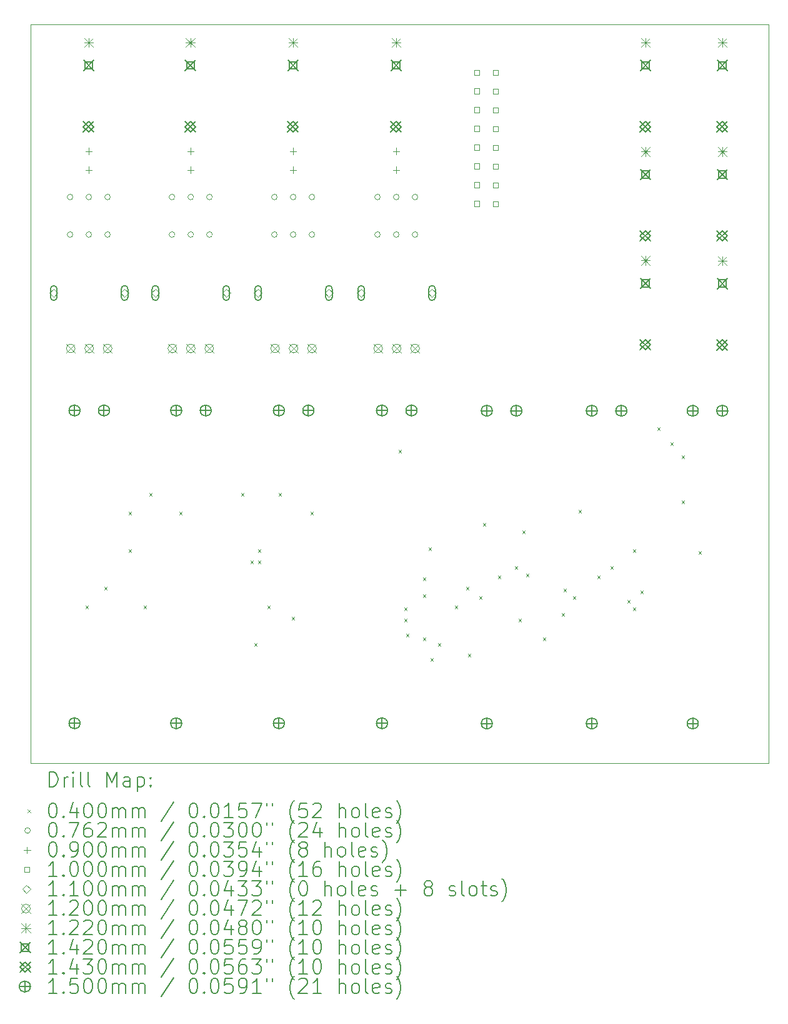
<source format=gbr>
%FSLAX45Y45*%
G04 Gerber Fmt 4.5, Leading zero omitted, Abs format (unit mm)*
G04 Created by KiCad (PCBNEW (6.0.0-0)) date 2022-12-13 14:04:48*
%MOMM*%
%LPD*%
G01*
G04 APERTURE LIST*
%TA.AperFunction,Profile*%
%ADD10C,0.100000*%
%TD*%
%ADD11C,0.200000*%
%ADD12C,0.040000*%
%ADD13C,0.076200*%
%ADD14C,0.090000*%
%ADD15C,0.100000*%
%ADD16C,0.110000*%
%ADD17C,0.120000*%
%ADD18C,0.122000*%
%ADD19C,0.142000*%
%ADD20C,0.143000*%
%ADD21C,0.150000*%
G04 APERTURE END LIST*
D10*
X3589200Y-4214400D02*
X13589200Y-4214400D01*
X13589200Y-4214400D02*
X13589200Y-14214400D01*
X13589200Y-14214400D02*
X3589200Y-14214400D01*
X3589200Y-14214400D02*
X3589200Y-4214400D01*
D11*
D12*
X4328800Y-12080200D02*
X4368800Y-12120200D01*
X4368800Y-12080200D02*
X4328800Y-12120200D01*
X4582800Y-11826200D02*
X4622800Y-11866200D01*
X4622800Y-11826200D02*
X4582800Y-11866200D01*
X4913000Y-10810200D02*
X4953000Y-10850200D01*
X4953000Y-10810200D02*
X4913000Y-10850200D01*
X4913000Y-11318200D02*
X4953000Y-11358200D01*
X4953000Y-11318200D02*
X4913000Y-11358200D01*
X5116200Y-12080200D02*
X5156200Y-12120200D01*
X5156200Y-12080200D02*
X5116200Y-12120200D01*
X5192400Y-10556200D02*
X5232400Y-10596200D01*
X5232400Y-10556200D02*
X5192400Y-10596200D01*
X5598800Y-10810200D02*
X5638800Y-10850200D01*
X5638800Y-10810200D02*
X5598800Y-10850200D01*
X6437000Y-10556200D02*
X6477000Y-10596200D01*
X6477000Y-10556200D02*
X6437000Y-10596200D01*
X6564000Y-11470600D02*
X6604000Y-11510600D01*
X6604000Y-11470600D02*
X6564000Y-11510600D01*
X6614800Y-12588200D02*
X6654800Y-12628200D01*
X6654800Y-12588200D02*
X6614800Y-12628200D01*
X6665600Y-11318200D02*
X6705600Y-11358200D01*
X6705600Y-11318200D02*
X6665600Y-11358200D01*
X6665600Y-11470600D02*
X6705600Y-11510600D01*
X6705600Y-11470600D02*
X6665600Y-11510600D01*
X6792600Y-12080200D02*
X6832600Y-12120200D01*
X6832600Y-12080200D02*
X6792600Y-12120200D01*
X6945000Y-10556200D02*
X6985000Y-10596200D01*
X6985000Y-10556200D02*
X6945000Y-10596200D01*
X7122800Y-12232600D02*
X7162800Y-12272600D01*
X7162800Y-12232600D02*
X7122800Y-12272600D01*
X7376800Y-10810200D02*
X7416800Y-10850200D01*
X7416800Y-10810200D02*
X7376800Y-10850200D01*
X8570600Y-9972000D02*
X8610600Y-10012000D01*
X8610600Y-9972000D02*
X8570600Y-10012000D01*
X8646800Y-12105600D02*
X8686800Y-12145600D01*
X8686800Y-12105600D02*
X8646800Y-12145600D01*
X8646800Y-12258000D02*
X8686800Y-12298000D01*
X8686800Y-12258000D02*
X8646800Y-12298000D01*
X8672200Y-12461200D02*
X8712200Y-12501200D01*
X8712200Y-12461200D02*
X8672200Y-12501200D01*
X8900800Y-11699200D02*
X8940800Y-11739200D01*
X8940800Y-11699200D02*
X8900800Y-11739200D01*
X8900800Y-11927800D02*
X8940800Y-11967800D01*
X8940800Y-11927800D02*
X8900800Y-11967800D01*
X8900800Y-12512000D02*
X8940800Y-12552000D01*
X8940800Y-12512000D02*
X8900800Y-12552000D01*
X8977000Y-11292800D02*
X9017000Y-11332800D01*
X9017000Y-11292800D02*
X8977000Y-11332800D01*
X9002280Y-12787650D02*
X9042280Y-12827650D01*
X9042280Y-12787650D02*
X9002280Y-12827650D01*
X9104000Y-12588200D02*
X9144000Y-12628200D01*
X9144000Y-12588200D02*
X9104000Y-12628200D01*
X9332600Y-12080200D02*
X9372600Y-12120200D01*
X9372600Y-12080200D02*
X9332600Y-12120200D01*
X9485000Y-11826200D02*
X9525000Y-11866200D01*
X9525000Y-11826200D02*
X9485000Y-11866200D01*
X9510400Y-12733100D02*
X9550400Y-12773100D01*
X9550400Y-12733100D02*
X9510400Y-12773100D01*
X9662800Y-11953200D02*
X9702800Y-11993200D01*
X9702800Y-11953200D02*
X9662800Y-11993200D01*
X9713600Y-10962600D02*
X9753600Y-11002600D01*
X9753600Y-10962600D02*
X9713600Y-11002600D01*
X9916800Y-11673800D02*
X9956800Y-11713800D01*
X9956800Y-11673800D02*
X9916800Y-11713800D01*
X10145400Y-11546800D02*
X10185400Y-11586800D01*
X10185400Y-11546800D02*
X10145400Y-11586800D01*
X10196200Y-12258000D02*
X10236200Y-12298000D01*
X10236200Y-12258000D02*
X10196200Y-12298000D01*
X10247000Y-11064200D02*
X10287000Y-11104200D01*
X10287000Y-11064200D02*
X10247000Y-11104200D01*
X10297800Y-11648400D02*
X10337800Y-11688400D01*
X10337800Y-11648400D02*
X10297800Y-11688400D01*
X10526400Y-12512000D02*
X10566400Y-12552000D01*
X10566400Y-12512000D02*
X10526400Y-12552000D01*
X10780400Y-12181800D02*
X10820400Y-12221800D01*
X10820400Y-12181800D02*
X10780400Y-12221800D01*
X10805800Y-11851600D02*
X10845800Y-11891600D01*
X10845800Y-11851600D02*
X10805800Y-11891600D01*
X10932800Y-11953200D02*
X10972800Y-11993200D01*
X10972800Y-11953200D02*
X10932800Y-11993200D01*
X11009000Y-10784800D02*
X11049000Y-10824800D01*
X11049000Y-10784800D02*
X11009000Y-10824800D01*
X11263000Y-11673800D02*
X11303000Y-11713800D01*
X11303000Y-11673800D02*
X11263000Y-11713800D01*
X11440800Y-11546800D02*
X11480800Y-11586800D01*
X11480800Y-11546800D02*
X11440800Y-11586800D01*
X11669400Y-12004000D02*
X11709400Y-12044000D01*
X11709400Y-12004000D02*
X11669400Y-12044000D01*
X11745600Y-11318200D02*
X11785600Y-11358200D01*
X11785600Y-11318200D02*
X11745600Y-11358200D01*
X11745600Y-12105600D02*
X11785600Y-12145600D01*
X11785600Y-12105600D02*
X11745600Y-12145600D01*
X11847200Y-11877000D02*
X11887200Y-11917000D01*
X11887200Y-11877000D02*
X11847200Y-11917000D01*
X12075800Y-9667200D02*
X12115800Y-9707200D01*
X12115800Y-9667200D02*
X12075800Y-9707200D01*
X12253600Y-9870400D02*
X12293600Y-9910400D01*
X12293600Y-9870400D02*
X12253600Y-9910400D01*
X12406000Y-10048200D02*
X12446000Y-10088200D01*
X12446000Y-10048200D02*
X12406000Y-10088200D01*
X12406000Y-10657800D02*
X12446000Y-10697800D01*
X12446000Y-10657800D02*
X12406000Y-10697800D01*
X12634600Y-11343600D02*
X12674600Y-11383600D01*
X12674600Y-11343600D02*
X12634600Y-11383600D01*
D13*
X4159300Y-6548950D02*
G75*
G03*
X4159300Y-6548950I-38100J0D01*
G01*
X4159300Y-7056950D02*
G75*
G03*
X4159300Y-7056950I-38100J0D01*
G01*
X4413300Y-6548950D02*
G75*
G03*
X4413300Y-6548950I-38100J0D01*
G01*
X4413300Y-7056950D02*
G75*
G03*
X4413300Y-7056950I-38100J0D01*
G01*
X4667300Y-6548950D02*
G75*
G03*
X4667300Y-6548950I-38100J0D01*
G01*
X4667300Y-7056950D02*
G75*
G03*
X4667300Y-7056950I-38100J0D01*
G01*
X5540000Y-6548950D02*
G75*
G03*
X5540000Y-6548950I-38100J0D01*
G01*
X5540000Y-7056950D02*
G75*
G03*
X5540000Y-7056950I-38100J0D01*
G01*
X5794000Y-6548950D02*
G75*
G03*
X5794000Y-6548950I-38100J0D01*
G01*
X5794000Y-7056950D02*
G75*
G03*
X5794000Y-7056950I-38100J0D01*
G01*
X6048000Y-6548950D02*
G75*
G03*
X6048000Y-6548950I-38100J0D01*
G01*
X6048000Y-7056950D02*
G75*
G03*
X6048000Y-7056950I-38100J0D01*
G01*
X6927900Y-6548950D02*
G75*
G03*
X6927900Y-6548950I-38100J0D01*
G01*
X6927900Y-7056950D02*
G75*
G03*
X6927900Y-7056950I-38100J0D01*
G01*
X7181900Y-6548950D02*
G75*
G03*
X7181900Y-6548950I-38100J0D01*
G01*
X7181900Y-7056950D02*
G75*
G03*
X7181900Y-7056950I-38100J0D01*
G01*
X7435900Y-6548950D02*
G75*
G03*
X7435900Y-6548950I-38100J0D01*
G01*
X7435900Y-7056950D02*
G75*
G03*
X7435900Y-7056950I-38100J0D01*
G01*
X8324900Y-6548950D02*
G75*
G03*
X8324900Y-6548950I-38100J0D01*
G01*
X8324900Y-7056950D02*
G75*
G03*
X8324900Y-7056950I-38100J0D01*
G01*
X8578900Y-6548950D02*
G75*
G03*
X8578900Y-6548950I-38100J0D01*
G01*
X8578900Y-7056950D02*
G75*
G03*
X8578900Y-7056950I-38100J0D01*
G01*
X8832900Y-6548950D02*
G75*
G03*
X8832900Y-6548950I-38100J0D01*
G01*
X8832900Y-7056950D02*
G75*
G03*
X8832900Y-7056950I-38100J0D01*
G01*
D14*
X4374200Y-5882500D02*
X4374200Y-5972500D01*
X4329200Y-5927500D02*
X4419200Y-5927500D01*
X4374200Y-6136500D02*
X4374200Y-6226500D01*
X4329200Y-6181500D02*
X4419200Y-6181500D01*
X5754900Y-5882500D02*
X5754900Y-5972500D01*
X5709900Y-5927500D02*
X5799900Y-5927500D01*
X5754900Y-6136500D02*
X5754900Y-6226500D01*
X5709900Y-6181500D02*
X5799900Y-6181500D01*
X7142800Y-5882500D02*
X7142800Y-5972500D01*
X7097800Y-5927500D02*
X7187800Y-5927500D01*
X7142800Y-6136500D02*
X7142800Y-6226500D01*
X7097800Y-6181500D02*
X7187800Y-6181500D01*
X8539800Y-5882500D02*
X8539800Y-5972500D01*
X8494800Y-5927500D02*
X8584800Y-5927500D01*
X8539800Y-6136500D02*
X8539800Y-6226500D01*
X8494800Y-6181500D02*
X8584800Y-6181500D01*
D15*
X9666406Y-4897756D02*
X9666406Y-4827044D01*
X9595694Y-4827044D01*
X9595694Y-4897756D01*
X9666406Y-4897756D01*
X9666406Y-5150556D02*
X9666406Y-5079844D01*
X9595694Y-5079844D01*
X9595694Y-5150556D01*
X9666406Y-5150556D01*
X9666406Y-5404556D02*
X9666406Y-5333844D01*
X9595694Y-5333844D01*
X9595694Y-5404556D01*
X9666406Y-5404556D01*
X9666406Y-5658556D02*
X9666406Y-5587844D01*
X9595694Y-5587844D01*
X9595694Y-5658556D01*
X9666406Y-5658556D01*
X9666406Y-5912556D02*
X9666406Y-5841844D01*
X9595694Y-5841844D01*
X9595694Y-5912556D01*
X9666406Y-5912556D01*
X9666406Y-6166556D02*
X9666406Y-6095844D01*
X9595694Y-6095844D01*
X9595694Y-6166556D01*
X9666406Y-6166556D01*
X9666406Y-6420556D02*
X9666406Y-6349844D01*
X9595694Y-6349844D01*
X9595694Y-6420556D01*
X9666406Y-6420556D01*
X9666406Y-6674556D02*
X9666406Y-6603844D01*
X9595694Y-6603844D01*
X9595694Y-6674556D01*
X9666406Y-6674556D01*
X9920406Y-4897756D02*
X9920406Y-4827044D01*
X9849694Y-4827044D01*
X9849694Y-4897756D01*
X9920406Y-4897756D01*
X9920406Y-5151756D02*
X9920406Y-5081044D01*
X9849694Y-5081044D01*
X9849694Y-5151756D01*
X9920406Y-5151756D01*
X9920406Y-5405756D02*
X9920406Y-5335044D01*
X9849694Y-5335044D01*
X9849694Y-5405756D01*
X9920406Y-5405756D01*
X9920406Y-5659756D02*
X9920406Y-5589044D01*
X9849694Y-5589044D01*
X9849694Y-5659756D01*
X9920406Y-5659756D01*
X9920406Y-5913756D02*
X9920406Y-5843044D01*
X9849694Y-5843044D01*
X9849694Y-5913756D01*
X9920406Y-5913756D01*
X9920406Y-6167756D02*
X9920406Y-6097044D01*
X9849694Y-6097044D01*
X9849694Y-6167756D01*
X9920406Y-6167756D01*
X9920406Y-6421756D02*
X9920406Y-6351044D01*
X9849694Y-6351044D01*
X9849694Y-6421756D01*
X9920406Y-6421756D01*
X9920406Y-6675756D02*
X9920406Y-6605044D01*
X9849694Y-6605044D01*
X9849694Y-6675756D01*
X9920406Y-6675756D01*
D16*
X3900200Y-7903500D02*
X3955200Y-7848500D01*
X3900200Y-7793500D01*
X3845200Y-7848500D01*
X3900200Y-7903500D01*
D11*
X3945200Y-7903500D02*
X3945200Y-7793500D01*
X3855200Y-7903500D02*
X3855200Y-7793500D01*
X3945200Y-7793500D02*
G75*
G03*
X3855200Y-7793500I-45000J0D01*
G01*
X3855200Y-7903500D02*
G75*
G03*
X3945200Y-7903500I45000J0D01*
G01*
D16*
X4860200Y-7903500D02*
X4915200Y-7848500D01*
X4860200Y-7793500D01*
X4805200Y-7848500D01*
X4860200Y-7903500D01*
D11*
X4815200Y-7793500D02*
X4815200Y-7903500D01*
X4905200Y-7793500D02*
X4905200Y-7903500D01*
X4815200Y-7903500D02*
G75*
G03*
X4905200Y-7903500I45000J0D01*
G01*
X4905200Y-7793500D02*
G75*
G03*
X4815200Y-7793500I-45000J0D01*
G01*
D16*
X5277800Y-7903500D02*
X5332800Y-7848500D01*
X5277800Y-7793500D01*
X5222800Y-7848500D01*
X5277800Y-7903500D01*
D11*
X5322800Y-7903500D02*
X5322800Y-7793500D01*
X5232800Y-7903500D02*
X5232800Y-7793500D01*
X5322800Y-7793500D02*
G75*
G03*
X5232800Y-7793500I-45000J0D01*
G01*
X5232800Y-7903500D02*
G75*
G03*
X5322800Y-7903500I45000J0D01*
G01*
D16*
X6237800Y-7903500D02*
X6292800Y-7848500D01*
X6237800Y-7793500D01*
X6182800Y-7848500D01*
X6237800Y-7903500D01*
D11*
X6192800Y-7793500D02*
X6192800Y-7903500D01*
X6282800Y-7793500D02*
X6282800Y-7903500D01*
X6192800Y-7903500D02*
G75*
G03*
X6282800Y-7903500I45000J0D01*
G01*
X6282800Y-7793500D02*
G75*
G03*
X6192800Y-7793500I-45000J0D01*
G01*
D16*
X6668800Y-7903500D02*
X6723800Y-7848500D01*
X6668800Y-7793500D01*
X6613800Y-7848500D01*
X6668800Y-7903500D01*
D11*
X6713800Y-7903500D02*
X6713800Y-7793500D01*
X6623800Y-7903500D02*
X6623800Y-7793500D01*
X6713800Y-7793500D02*
G75*
G03*
X6623800Y-7793500I-45000J0D01*
G01*
X6623800Y-7903500D02*
G75*
G03*
X6713800Y-7903500I45000J0D01*
G01*
D16*
X7628800Y-7903500D02*
X7683800Y-7848500D01*
X7628800Y-7793500D01*
X7573800Y-7848500D01*
X7628800Y-7903500D01*
D11*
X7583800Y-7793500D02*
X7583800Y-7903500D01*
X7673800Y-7793500D02*
X7673800Y-7903500D01*
X7583800Y-7903500D02*
G75*
G03*
X7673800Y-7903500I45000J0D01*
G01*
X7673800Y-7793500D02*
G75*
G03*
X7583800Y-7793500I-45000J0D01*
G01*
D16*
X8065800Y-7903500D02*
X8120800Y-7848500D01*
X8065800Y-7793500D01*
X8010800Y-7848500D01*
X8065800Y-7903500D01*
D11*
X8110800Y-7903500D02*
X8110800Y-7793500D01*
X8020800Y-7903500D02*
X8020800Y-7793500D01*
X8110800Y-7793500D02*
G75*
G03*
X8020800Y-7793500I-45000J0D01*
G01*
X8020800Y-7903500D02*
G75*
G03*
X8110800Y-7903500I45000J0D01*
G01*
D16*
X9025800Y-7903500D02*
X9080800Y-7848500D01*
X9025800Y-7793500D01*
X8970800Y-7848500D01*
X9025800Y-7903500D01*
D11*
X8980800Y-7793500D02*
X8980800Y-7903500D01*
X9070800Y-7793500D02*
X9070800Y-7903500D01*
X8980800Y-7903500D02*
G75*
G03*
X9070800Y-7903500I45000J0D01*
G01*
X9070800Y-7793500D02*
G75*
G03*
X8980800Y-7793500I-45000J0D01*
G01*
D17*
X4070200Y-8538500D02*
X4190200Y-8658500D01*
X4190200Y-8538500D02*
X4070200Y-8658500D01*
X4190200Y-8598500D02*
G75*
G03*
X4190200Y-8598500I-60000J0D01*
G01*
X4320200Y-8538500D02*
X4440200Y-8658500D01*
X4440200Y-8538500D02*
X4320200Y-8658500D01*
X4440200Y-8598500D02*
G75*
G03*
X4440200Y-8598500I-60000J0D01*
G01*
X4570200Y-8538500D02*
X4690200Y-8658500D01*
X4690200Y-8538500D02*
X4570200Y-8658500D01*
X4690200Y-8598500D02*
G75*
G03*
X4690200Y-8598500I-60000J0D01*
G01*
X5447800Y-8538500D02*
X5567800Y-8658500D01*
X5567800Y-8538500D02*
X5447800Y-8658500D01*
X5567800Y-8598500D02*
G75*
G03*
X5567800Y-8598500I-60000J0D01*
G01*
X5697800Y-8538500D02*
X5817800Y-8658500D01*
X5817800Y-8538500D02*
X5697800Y-8658500D01*
X5817800Y-8598500D02*
G75*
G03*
X5817800Y-8598500I-60000J0D01*
G01*
X5947800Y-8538500D02*
X6067800Y-8658500D01*
X6067800Y-8538500D02*
X5947800Y-8658500D01*
X6067800Y-8598500D02*
G75*
G03*
X6067800Y-8598500I-60000J0D01*
G01*
X6838800Y-8538500D02*
X6958800Y-8658500D01*
X6958800Y-8538500D02*
X6838800Y-8658500D01*
X6958800Y-8598500D02*
G75*
G03*
X6958800Y-8598500I-60000J0D01*
G01*
X7088800Y-8538500D02*
X7208800Y-8658500D01*
X7208800Y-8538500D02*
X7088800Y-8658500D01*
X7208800Y-8598500D02*
G75*
G03*
X7208800Y-8598500I-60000J0D01*
G01*
X7338800Y-8538500D02*
X7458800Y-8658500D01*
X7458800Y-8538500D02*
X7338800Y-8658500D01*
X7458800Y-8598500D02*
G75*
G03*
X7458800Y-8598500I-60000J0D01*
G01*
X8235800Y-8538500D02*
X8355800Y-8658500D01*
X8355800Y-8538500D02*
X8235800Y-8658500D01*
X8355800Y-8598500D02*
G75*
G03*
X8355800Y-8598500I-60000J0D01*
G01*
X8485800Y-8538500D02*
X8605800Y-8658500D01*
X8605800Y-8538500D02*
X8485800Y-8658500D01*
X8605800Y-8598500D02*
G75*
G03*
X8605800Y-8598500I-60000J0D01*
G01*
X8735800Y-8538500D02*
X8855800Y-8658500D01*
X8855800Y-8538500D02*
X8735800Y-8658500D01*
X8855800Y-8598500D02*
G75*
G03*
X8855800Y-8598500I-60000J0D01*
G01*
D18*
X4313200Y-4396000D02*
X4435200Y-4518000D01*
X4435200Y-4396000D02*
X4313200Y-4518000D01*
X4374200Y-4396000D02*
X4374200Y-4518000D01*
X4313200Y-4457000D02*
X4435200Y-4457000D01*
X5690800Y-4396000D02*
X5812800Y-4518000D01*
X5812800Y-4396000D02*
X5690800Y-4518000D01*
X5751800Y-4396000D02*
X5751800Y-4518000D01*
X5690800Y-4457000D02*
X5812800Y-4457000D01*
X7081800Y-4396000D02*
X7203800Y-4518000D01*
X7203800Y-4396000D02*
X7081800Y-4518000D01*
X7142800Y-4396000D02*
X7142800Y-4518000D01*
X7081800Y-4457000D02*
X7203800Y-4457000D01*
X8478800Y-4396000D02*
X8600800Y-4518000D01*
X8600800Y-4396000D02*
X8478800Y-4518000D01*
X8539800Y-4396000D02*
X8539800Y-4518000D01*
X8478800Y-4457000D02*
X8600800Y-4457000D01*
X11857000Y-4396000D02*
X11979000Y-4518000D01*
X11979000Y-4396000D02*
X11857000Y-4518000D01*
X11918000Y-4396000D02*
X11918000Y-4518000D01*
X11857000Y-4457000D02*
X11979000Y-4457000D01*
X11857000Y-5873200D02*
X11979000Y-5995200D01*
X11979000Y-5873200D02*
X11857000Y-5995200D01*
X11918000Y-5873200D02*
X11918000Y-5995200D01*
X11857000Y-5934200D02*
X11979000Y-5934200D01*
X11857000Y-7346200D02*
X11979000Y-7468200D01*
X11979000Y-7346200D02*
X11857000Y-7468200D01*
X11918000Y-7346200D02*
X11918000Y-7468200D01*
X11857000Y-7407200D02*
X11979000Y-7407200D01*
X12898400Y-4396000D02*
X13020400Y-4518000D01*
X13020400Y-4396000D02*
X12898400Y-4518000D01*
X12959400Y-4396000D02*
X12959400Y-4518000D01*
X12898400Y-4457000D02*
X13020400Y-4457000D01*
X12898400Y-5873200D02*
X13020400Y-5995200D01*
X13020400Y-5873200D02*
X12898400Y-5995200D01*
X12959400Y-5873200D02*
X12959400Y-5995200D01*
X12898400Y-5934200D02*
X13020400Y-5934200D01*
X12898400Y-7349400D02*
X13020400Y-7471400D01*
X13020400Y-7349400D02*
X12898400Y-7471400D01*
X12959400Y-7349400D02*
X12959400Y-7471400D01*
X12898400Y-7410400D02*
X13020400Y-7410400D01*
D19*
X4303200Y-4696000D02*
X4445200Y-4838000D01*
X4445200Y-4696000D02*
X4303200Y-4838000D01*
X4424405Y-4817205D02*
X4424405Y-4716795D01*
X4323995Y-4716795D01*
X4323995Y-4817205D01*
X4424405Y-4817205D01*
X5680800Y-4696000D02*
X5822800Y-4838000D01*
X5822800Y-4696000D02*
X5680800Y-4838000D01*
X5802005Y-4817205D02*
X5802005Y-4716795D01*
X5701595Y-4716795D01*
X5701595Y-4817205D01*
X5802005Y-4817205D01*
X7071800Y-4696000D02*
X7213800Y-4838000D01*
X7213800Y-4696000D02*
X7071800Y-4838000D01*
X7193005Y-4817205D02*
X7193005Y-4716795D01*
X7092595Y-4716795D01*
X7092595Y-4817205D01*
X7193005Y-4817205D01*
X8468800Y-4696000D02*
X8610800Y-4838000D01*
X8610800Y-4696000D02*
X8468800Y-4838000D01*
X8590005Y-4817205D02*
X8590005Y-4716795D01*
X8489595Y-4716795D01*
X8489595Y-4817205D01*
X8590005Y-4817205D01*
X11847000Y-4696000D02*
X11989000Y-4838000D01*
X11989000Y-4696000D02*
X11847000Y-4838000D01*
X11968205Y-4817205D02*
X11968205Y-4716795D01*
X11867795Y-4716795D01*
X11867795Y-4817205D01*
X11968205Y-4817205D01*
X11847000Y-6173200D02*
X11989000Y-6315200D01*
X11989000Y-6173200D02*
X11847000Y-6315200D01*
X11968205Y-6294405D02*
X11968205Y-6193995D01*
X11867795Y-6193995D01*
X11867795Y-6294405D01*
X11968205Y-6294405D01*
X11847000Y-7646200D02*
X11989000Y-7788200D01*
X11989000Y-7646200D02*
X11847000Y-7788200D01*
X11968205Y-7767405D02*
X11968205Y-7666995D01*
X11867795Y-7666995D01*
X11867795Y-7767405D01*
X11968205Y-7767405D01*
X12888400Y-4696000D02*
X13030400Y-4838000D01*
X13030400Y-4696000D02*
X12888400Y-4838000D01*
X13009605Y-4817205D02*
X13009605Y-4716795D01*
X12909195Y-4716795D01*
X12909195Y-4817205D01*
X13009605Y-4817205D01*
X12888400Y-6173200D02*
X13030400Y-6315200D01*
X13030400Y-6173200D02*
X12888400Y-6315200D01*
X13009605Y-6294405D02*
X13009605Y-6193995D01*
X12909195Y-6193995D01*
X12909195Y-6294405D01*
X13009605Y-6294405D01*
X12888400Y-7649400D02*
X13030400Y-7791400D01*
X13030400Y-7649400D02*
X12888400Y-7791400D01*
X13009605Y-7770605D02*
X13009605Y-7670195D01*
X12909195Y-7670195D01*
X12909195Y-7770605D01*
X13009605Y-7770605D01*
D20*
X4302700Y-5525500D02*
X4445700Y-5668500D01*
X4445700Y-5525500D02*
X4302700Y-5668500D01*
X4374200Y-5668500D02*
X4445700Y-5597000D01*
X4374200Y-5525500D01*
X4302700Y-5597000D01*
X4374200Y-5668500D01*
X5680300Y-5525500D02*
X5823300Y-5668500D01*
X5823300Y-5525500D02*
X5680300Y-5668500D01*
X5751800Y-5668500D02*
X5823300Y-5597000D01*
X5751800Y-5525500D01*
X5680300Y-5597000D01*
X5751800Y-5668500D01*
X7071300Y-5525500D02*
X7214300Y-5668500D01*
X7214300Y-5525500D02*
X7071300Y-5668500D01*
X7142800Y-5668500D02*
X7214300Y-5597000D01*
X7142800Y-5525500D01*
X7071300Y-5597000D01*
X7142800Y-5668500D01*
X8468300Y-5525500D02*
X8611300Y-5668500D01*
X8611300Y-5525500D02*
X8468300Y-5668500D01*
X8539800Y-5668500D02*
X8611300Y-5597000D01*
X8539800Y-5525500D01*
X8468300Y-5597000D01*
X8539800Y-5668500D01*
X11846500Y-5525500D02*
X11989500Y-5668500D01*
X11989500Y-5525500D02*
X11846500Y-5668500D01*
X11918000Y-5668500D02*
X11989500Y-5597000D01*
X11918000Y-5525500D01*
X11846500Y-5597000D01*
X11918000Y-5668500D01*
X11846500Y-7002700D02*
X11989500Y-7145700D01*
X11989500Y-7002700D02*
X11846500Y-7145700D01*
X11918000Y-7145700D02*
X11989500Y-7074200D01*
X11918000Y-7002700D01*
X11846500Y-7074200D01*
X11918000Y-7145700D01*
X11846500Y-8475700D02*
X11989500Y-8618700D01*
X11989500Y-8475700D02*
X11846500Y-8618700D01*
X11918000Y-8618700D02*
X11989500Y-8547200D01*
X11918000Y-8475700D01*
X11846500Y-8547200D01*
X11918000Y-8618700D01*
X12887900Y-5525500D02*
X13030900Y-5668500D01*
X13030900Y-5525500D02*
X12887900Y-5668500D01*
X12959400Y-5668500D02*
X13030900Y-5597000D01*
X12959400Y-5525500D01*
X12887900Y-5597000D01*
X12959400Y-5668500D01*
X12887900Y-7002700D02*
X13030900Y-7145700D01*
X13030900Y-7002700D02*
X12887900Y-7145700D01*
X12959400Y-7145700D02*
X13030900Y-7074200D01*
X12959400Y-7002700D01*
X12887900Y-7074200D01*
X12959400Y-7145700D01*
X12887900Y-8478900D02*
X13030900Y-8621900D01*
X13030900Y-8478900D02*
X12887900Y-8621900D01*
X12959400Y-8621900D02*
X13030900Y-8550400D01*
X12959400Y-8478900D01*
X12887900Y-8550400D01*
X12959400Y-8621900D01*
D21*
X4181900Y-9363400D02*
X4181900Y-9513400D01*
X4106900Y-9438400D02*
X4256900Y-9438400D01*
X4256900Y-9438400D02*
G75*
G03*
X4256900Y-9438400I-75000J0D01*
G01*
X4181900Y-13596800D02*
X4181900Y-13746800D01*
X4106900Y-13671800D02*
X4256900Y-13671800D01*
X4256900Y-13671800D02*
G75*
G03*
X4256900Y-13671800I-75000J0D01*
G01*
X4581900Y-9363400D02*
X4581900Y-9513400D01*
X4506900Y-9438400D02*
X4656900Y-9438400D01*
X4656900Y-9438400D02*
G75*
G03*
X4656900Y-9438400I-75000J0D01*
G01*
X5559500Y-9363400D02*
X5559500Y-9513400D01*
X5484500Y-9438400D02*
X5634500Y-9438400D01*
X5634500Y-9438400D02*
G75*
G03*
X5634500Y-9438400I-75000J0D01*
G01*
X5559500Y-13596800D02*
X5559500Y-13746800D01*
X5484500Y-13671800D02*
X5634500Y-13671800D01*
X5634500Y-13671800D02*
G75*
G03*
X5634500Y-13671800I-75000J0D01*
G01*
X5959500Y-9363400D02*
X5959500Y-9513400D01*
X5884500Y-9438400D02*
X6034500Y-9438400D01*
X6034500Y-9438400D02*
G75*
G03*
X6034500Y-9438400I-75000J0D01*
G01*
X6950500Y-9363400D02*
X6950500Y-9513400D01*
X6875500Y-9438400D02*
X7025500Y-9438400D01*
X7025500Y-9438400D02*
G75*
G03*
X7025500Y-9438400I-75000J0D01*
G01*
X6950500Y-13596800D02*
X6950500Y-13746800D01*
X6875500Y-13671800D02*
X7025500Y-13671800D01*
X7025500Y-13671800D02*
G75*
G03*
X7025500Y-13671800I-75000J0D01*
G01*
X7350500Y-9363400D02*
X7350500Y-9513400D01*
X7275500Y-9438400D02*
X7425500Y-9438400D01*
X7425500Y-9438400D02*
G75*
G03*
X7425500Y-9438400I-75000J0D01*
G01*
X8347500Y-9363400D02*
X8347500Y-9513400D01*
X8272500Y-9438400D02*
X8422500Y-9438400D01*
X8422500Y-9438400D02*
G75*
G03*
X8422500Y-9438400I-75000J0D01*
G01*
X8347500Y-13596800D02*
X8347500Y-13746800D01*
X8272500Y-13671800D02*
X8422500Y-13671800D01*
X8422500Y-13671800D02*
G75*
G03*
X8422500Y-13671800I-75000J0D01*
G01*
X8747500Y-9363400D02*
X8747500Y-9513400D01*
X8672500Y-9438400D02*
X8822500Y-9438400D01*
X8822500Y-9438400D02*
G75*
G03*
X8822500Y-9438400I-75000J0D01*
G01*
X9768100Y-9366600D02*
X9768100Y-9516600D01*
X9693100Y-9441600D02*
X9843100Y-9441600D01*
X9843100Y-9441600D02*
G75*
G03*
X9843100Y-9441600I-75000J0D01*
G01*
X9768100Y-13600000D02*
X9768100Y-13750000D01*
X9693100Y-13675000D02*
X9843100Y-13675000D01*
X9843100Y-13675000D02*
G75*
G03*
X9843100Y-13675000I-75000J0D01*
G01*
X10168100Y-9366600D02*
X10168100Y-9516600D01*
X10093100Y-9441600D02*
X10243100Y-9441600D01*
X10243100Y-9441600D02*
G75*
G03*
X10243100Y-9441600I-75000J0D01*
G01*
X11190500Y-9366600D02*
X11190500Y-9516600D01*
X11115500Y-9441600D02*
X11265500Y-9441600D01*
X11265500Y-9441600D02*
G75*
G03*
X11265500Y-9441600I-75000J0D01*
G01*
X11190500Y-13600000D02*
X11190500Y-13750000D01*
X11115500Y-13675000D02*
X11265500Y-13675000D01*
X11265500Y-13675000D02*
G75*
G03*
X11265500Y-13675000I-75000J0D01*
G01*
X11590500Y-9366600D02*
X11590500Y-9516600D01*
X11515500Y-9441600D02*
X11665500Y-9441600D01*
X11665500Y-9441600D02*
G75*
G03*
X11665500Y-9441600I-75000J0D01*
G01*
X12558600Y-9366600D02*
X12558600Y-9516600D01*
X12483600Y-9441600D02*
X12633600Y-9441600D01*
X12633600Y-9441600D02*
G75*
G03*
X12633600Y-9441600I-75000J0D01*
G01*
X12558600Y-13600000D02*
X12558600Y-13750000D01*
X12483600Y-13675000D02*
X12633600Y-13675000D01*
X12633600Y-13675000D02*
G75*
G03*
X12633600Y-13675000I-75000J0D01*
G01*
X12958600Y-9366600D02*
X12958600Y-9516600D01*
X12883600Y-9441600D02*
X13033600Y-9441600D01*
X13033600Y-9441600D02*
G75*
G03*
X13033600Y-9441600I-75000J0D01*
G01*
D11*
X3841819Y-14529876D02*
X3841819Y-14329876D01*
X3889438Y-14329876D01*
X3918009Y-14339400D01*
X3937057Y-14358448D01*
X3946581Y-14377495D01*
X3956105Y-14415590D01*
X3956105Y-14444162D01*
X3946581Y-14482257D01*
X3937057Y-14501305D01*
X3918009Y-14520352D01*
X3889438Y-14529876D01*
X3841819Y-14529876D01*
X4041819Y-14529876D02*
X4041819Y-14396543D01*
X4041819Y-14434638D02*
X4051343Y-14415590D01*
X4060867Y-14406067D01*
X4079914Y-14396543D01*
X4098962Y-14396543D01*
X4165628Y-14529876D02*
X4165628Y-14396543D01*
X4165628Y-14329876D02*
X4156105Y-14339400D01*
X4165628Y-14348924D01*
X4175152Y-14339400D01*
X4165628Y-14329876D01*
X4165628Y-14348924D01*
X4289438Y-14529876D02*
X4270390Y-14520352D01*
X4260867Y-14501305D01*
X4260867Y-14329876D01*
X4394200Y-14529876D02*
X4375152Y-14520352D01*
X4365629Y-14501305D01*
X4365629Y-14329876D01*
X4622771Y-14529876D02*
X4622771Y-14329876D01*
X4689438Y-14472733D01*
X4756105Y-14329876D01*
X4756105Y-14529876D01*
X4937057Y-14529876D02*
X4937057Y-14425114D01*
X4927533Y-14406067D01*
X4908486Y-14396543D01*
X4870390Y-14396543D01*
X4851343Y-14406067D01*
X4937057Y-14520352D02*
X4918010Y-14529876D01*
X4870390Y-14529876D01*
X4851343Y-14520352D01*
X4841819Y-14501305D01*
X4841819Y-14482257D01*
X4851343Y-14463209D01*
X4870390Y-14453686D01*
X4918010Y-14453686D01*
X4937057Y-14444162D01*
X5032295Y-14396543D02*
X5032295Y-14596543D01*
X5032295Y-14406067D02*
X5051343Y-14396543D01*
X5089438Y-14396543D01*
X5108486Y-14406067D01*
X5118010Y-14415590D01*
X5127533Y-14434638D01*
X5127533Y-14491781D01*
X5118010Y-14510828D01*
X5108486Y-14520352D01*
X5089438Y-14529876D01*
X5051343Y-14529876D01*
X5032295Y-14520352D01*
X5213248Y-14510828D02*
X5222771Y-14520352D01*
X5213248Y-14529876D01*
X5203724Y-14520352D01*
X5213248Y-14510828D01*
X5213248Y-14529876D01*
X5213248Y-14406067D02*
X5222771Y-14415590D01*
X5213248Y-14425114D01*
X5203724Y-14415590D01*
X5213248Y-14406067D01*
X5213248Y-14425114D01*
D12*
X3544200Y-14839400D02*
X3584200Y-14879400D01*
X3584200Y-14839400D02*
X3544200Y-14879400D01*
D11*
X3879914Y-14749876D02*
X3898962Y-14749876D01*
X3918009Y-14759400D01*
X3927533Y-14768924D01*
X3937057Y-14787971D01*
X3946581Y-14826067D01*
X3946581Y-14873686D01*
X3937057Y-14911781D01*
X3927533Y-14930828D01*
X3918009Y-14940352D01*
X3898962Y-14949876D01*
X3879914Y-14949876D01*
X3860867Y-14940352D01*
X3851343Y-14930828D01*
X3841819Y-14911781D01*
X3832295Y-14873686D01*
X3832295Y-14826067D01*
X3841819Y-14787971D01*
X3851343Y-14768924D01*
X3860867Y-14759400D01*
X3879914Y-14749876D01*
X4032295Y-14930828D02*
X4041819Y-14940352D01*
X4032295Y-14949876D01*
X4022771Y-14940352D01*
X4032295Y-14930828D01*
X4032295Y-14949876D01*
X4213248Y-14816543D02*
X4213248Y-14949876D01*
X4165628Y-14740352D02*
X4118009Y-14883209D01*
X4241819Y-14883209D01*
X4356105Y-14749876D02*
X4375152Y-14749876D01*
X4394200Y-14759400D01*
X4403724Y-14768924D01*
X4413248Y-14787971D01*
X4422771Y-14826067D01*
X4422771Y-14873686D01*
X4413248Y-14911781D01*
X4403724Y-14930828D01*
X4394200Y-14940352D01*
X4375152Y-14949876D01*
X4356105Y-14949876D01*
X4337057Y-14940352D01*
X4327533Y-14930828D01*
X4318010Y-14911781D01*
X4308486Y-14873686D01*
X4308486Y-14826067D01*
X4318010Y-14787971D01*
X4327533Y-14768924D01*
X4337057Y-14759400D01*
X4356105Y-14749876D01*
X4546581Y-14749876D02*
X4565629Y-14749876D01*
X4584676Y-14759400D01*
X4594200Y-14768924D01*
X4603724Y-14787971D01*
X4613248Y-14826067D01*
X4613248Y-14873686D01*
X4603724Y-14911781D01*
X4594200Y-14930828D01*
X4584676Y-14940352D01*
X4565629Y-14949876D01*
X4546581Y-14949876D01*
X4527533Y-14940352D01*
X4518010Y-14930828D01*
X4508486Y-14911781D01*
X4498962Y-14873686D01*
X4498962Y-14826067D01*
X4508486Y-14787971D01*
X4518010Y-14768924D01*
X4527533Y-14759400D01*
X4546581Y-14749876D01*
X4698962Y-14949876D02*
X4698962Y-14816543D01*
X4698962Y-14835590D02*
X4708486Y-14826067D01*
X4727533Y-14816543D01*
X4756105Y-14816543D01*
X4775152Y-14826067D01*
X4784676Y-14845114D01*
X4784676Y-14949876D01*
X4784676Y-14845114D02*
X4794200Y-14826067D01*
X4813248Y-14816543D01*
X4841819Y-14816543D01*
X4860867Y-14826067D01*
X4870390Y-14845114D01*
X4870390Y-14949876D01*
X4965629Y-14949876D02*
X4965629Y-14816543D01*
X4965629Y-14835590D02*
X4975152Y-14826067D01*
X4994200Y-14816543D01*
X5022771Y-14816543D01*
X5041819Y-14826067D01*
X5051343Y-14845114D01*
X5051343Y-14949876D01*
X5051343Y-14845114D02*
X5060867Y-14826067D01*
X5079914Y-14816543D01*
X5108486Y-14816543D01*
X5127533Y-14826067D01*
X5137057Y-14845114D01*
X5137057Y-14949876D01*
X5527533Y-14740352D02*
X5356105Y-14997495D01*
X5784676Y-14749876D02*
X5803724Y-14749876D01*
X5822771Y-14759400D01*
X5832295Y-14768924D01*
X5841819Y-14787971D01*
X5851343Y-14826067D01*
X5851343Y-14873686D01*
X5841819Y-14911781D01*
X5832295Y-14930828D01*
X5822771Y-14940352D01*
X5803724Y-14949876D01*
X5784676Y-14949876D01*
X5765628Y-14940352D01*
X5756105Y-14930828D01*
X5746581Y-14911781D01*
X5737057Y-14873686D01*
X5737057Y-14826067D01*
X5746581Y-14787971D01*
X5756105Y-14768924D01*
X5765628Y-14759400D01*
X5784676Y-14749876D01*
X5937057Y-14930828D02*
X5946581Y-14940352D01*
X5937057Y-14949876D01*
X5927533Y-14940352D01*
X5937057Y-14930828D01*
X5937057Y-14949876D01*
X6070390Y-14749876D02*
X6089438Y-14749876D01*
X6108486Y-14759400D01*
X6118009Y-14768924D01*
X6127533Y-14787971D01*
X6137057Y-14826067D01*
X6137057Y-14873686D01*
X6127533Y-14911781D01*
X6118009Y-14930828D01*
X6108486Y-14940352D01*
X6089438Y-14949876D01*
X6070390Y-14949876D01*
X6051343Y-14940352D01*
X6041819Y-14930828D01*
X6032295Y-14911781D01*
X6022771Y-14873686D01*
X6022771Y-14826067D01*
X6032295Y-14787971D01*
X6041819Y-14768924D01*
X6051343Y-14759400D01*
X6070390Y-14749876D01*
X6327533Y-14949876D02*
X6213248Y-14949876D01*
X6270390Y-14949876D02*
X6270390Y-14749876D01*
X6251343Y-14778448D01*
X6232295Y-14797495D01*
X6213248Y-14807019D01*
X6508486Y-14749876D02*
X6413248Y-14749876D01*
X6403724Y-14845114D01*
X6413248Y-14835590D01*
X6432295Y-14826067D01*
X6479914Y-14826067D01*
X6498962Y-14835590D01*
X6508486Y-14845114D01*
X6518009Y-14864162D01*
X6518009Y-14911781D01*
X6508486Y-14930828D01*
X6498962Y-14940352D01*
X6479914Y-14949876D01*
X6432295Y-14949876D01*
X6413248Y-14940352D01*
X6403724Y-14930828D01*
X6584676Y-14749876D02*
X6718009Y-14749876D01*
X6632295Y-14949876D01*
X6784676Y-14749876D02*
X6784676Y-14787971D01*
X6860867Y-14749876D02*
X6860867Y-14787971D01*
X7156105Y-15026067D02*
X7146581Y-15016543D01*
X7127533Y-14987971D01*
X7118009Y-14968924D01*
X7108486Y-14940352D01*
X7098962Y-14892733D01*
X7098962Y-14854638D01*
X7108486Y-14807019D01*
X7118009Y-14778448D01*
X7127533Y-14759400D01*
X7146581Y-14730828D01*
X7156105Y-14721305D01*
X7327533Y-14749876D02*
X7232295Y-14749876D01*
X7222771Y-14845114D01*
X7232295Y-14835590D01*
X7251343Y-14826067D01*
X7298962Y-14826067D01*
X7318009Y-14835590D01*
X7327533Y-14845114D01*
X7337057Y-14864162D01*
X7337057Y-14911781D01*
X7327533Y-14930828D01*
X7318009Y-14940352D01*
X7298962Y-14949876D01*
X7251343Y-14949876D01*
X7232295Y-14940352D01*
X7222771Y-14930828D01*
X7413248Y-14768924D02*
X7422771Y-14759400D01*
X7441819Y-14749876D01*
X7489438Y-14749876D01*
X7508486Y-14759400D01*
X7518009Y-14768924D01*
X7527533Y-14787971D01*
X7527533Y-14807019D01*
X7518009Y-14835590D01*
X7403724Y-14949876D01*
X7527533Y-14949876D01*
X7765628Y-14949876D02*
X7765628Y-14749876D01*
X7851343Y-14949876D02*
X7851343Y-14845114D01*
X7841819Y-14826067D01*
X7822771Y-14816543D01*
X7794200Y-14816543D01*
X7775152Y-14826067D01*
X7765628Y-14835590D01*
X7975152Y-14949876D02*
X7956105Y-14940352D01*
X7946581Y-14930828D01*
X7937057Y-14911781D01*
X7937057Y-14854638D01*
X7946581Y-14835590D01*
X7956105Y-14826067D01*
X7975152Y-14816543D01*
X8003724Y-14816543D01*
X8022771Y-14826067D01*
X8032295Y-14835590D01*
X8041819Y-14854638D01*
X8041819Y-14911781D01*
X8032295Y-14930828D01*
X8022771Y-14940352D01*
X8003724Y-14949876D01*
X7975152Y-14949876D01*
X8156105Y-14949876D02*
X8137057Y-14940352D01*
X8127533Y-14921305D01*
X8127533Y-14749876D01*
X8308486Y-14940352D02*
X8289438Y-14949876D01*
X8251343Y-14949876D01*
X8232295Y-14940352D01*
X8222771Y-14921305D01*
X8222771Y-14845114D01*
X8232295Y-14826067D01*
X8251343Y-14816543D01*
X8289438Y-14816543D01*
X8308486Y-14826067D01*
X8318009Y-14845114D01*
X8318009Y-14864162D01*
X8222771Y-14883209D01*
X8394200Y-14940352D02*
X8413248Y-14949876D01*
X8451343Y-14949876D01*
X8470390Y-14940352D01*
X8479914Y-14921305D01*
X8479914Y-14911781D01*
X8470390Y-14892733D01*
X8451343Y-14883209D01*
X8422771Y-14883209D01*
X8403724Y-14873686D01*
X8394200Y-14854638D01*
X8394200Y-14845114D01*
X8403724Y-14826067D01*
X8422771Y-14816543D01*
X8451343Y-14816543D01*
X8470390Y-14826067D01*
X8546581Y-15026067D02*
X8556105Y-15016543D01*
X8575152Y-14987971D01*
X8584676Y-14968924D01*
X8594200Y-14940352D01*
X8603724Y-14892733D01*
X8603724Y-14854638D01*
X8594200Y-14807019D01*
X8584676Y-14778448D01*
X8575152Y-14759400D01*
X8556105Y-14730828D01*
X8546581Y-14721305D01*
D13*
X3584200Y-15123400D02*
G75*
G03*
X3584200Y-15123400I-38100J0D01*
G01*
D11*
X3879914Y-15013876D02*
X3898962Y-15013876D01*
X3918009Y-15023400D01*
X3927533Y-15032924D01*
X3937057Y-15051971D01*
X3946581Y-15090067D01*
X3946581Y-15137686D01*
X3937057Y-15175781D01*
X3927533Y-15194828D01*
X3918009Y-15204352D01*
X3898962Y-15213876D01*
X3879914Y-15213876D01*
X3860867Y-15204352D01*
X3851343Y-15194828D01*
X3841819Y-15175781D01*
X3832295Y-15137686D01*
X3832295Y-15090067D01*
X3841819Y-15051971D01*
X3851343Y-15032924D01*
X3860867Y-15023400D01*
X3879914Y-15013876D01*
X4032295Y-15194828D02*
X4041819Y-15204352D01*
X4032295Y-15213876D01*
X4022771Y-15204352D01*
X4032295Y-15194828D01*
X4032295Y-15213876D01*
X4108486Y-15013876D02*
X4241819Y-15013876D01*
X4156105Y-15213876D01*
X4403724Y-15013876D02*
X4365629Y-15013876D01*
X4346581Y-15023400D01*
X4337057Y-15032924D01*
X4318010Y-15061495D01*
X4308486Y-15099590D01*
X4308486Y-15175781D01*
X4318010Y-15194828D01*
X4327533Y-15204352D01*
X4346581Y-15213876D01*
X4384676Y-15213876D01*
X4403724Y-15204352D01*
X4413248Y-15194828D01*
X4422771Y-15175781D01*
X4422771Y-15128162D01*
X4413248Y-15109114D01*
X4403724Y-15099590D01*
X4384676Y-15090067D01*
X4346581Y-15090067D01*
X4327533Y-15099590D01*
X4318010Y-15109114D01*
X4308486Y-15128162D01*
X4498962Y-15032924D02*
X4508486Y-15023400D01*
X4527533Y-15013876D01*
X4575152Y-15013876D01*
X4594200Y-15023400D01*
X4603724Y-15032924D01*
X4613248Y-15051971D01*
X4613248Y-15071019D01*
X4603724Y-15099590D01*
X4489438Y-15213876D01*
X4613248Y-15213876D01*
X4698962Y-15213876D02*
X4698962Y-15080543D01*
X4698962Y-15099590D02*
X4708486Y-15090067D01*
X4727533Y-15080543D01*
X4756105Y-15080543D01*
X4775152Y-15090067D01*
X4784676Y-15109114D01*
X4784676Y-15213876D01*
X4784676Y-15109114D02*
X4794200Y-15090067D01*
X4813248Y-15080543D01*
X4841819Y-15080543D01*
X4860867Y-15090067D01*
X4870390Y-15109114D01*
X4870390Y-15213876D01*
X4965629Y-15213876D02*
X4965629Y-15080543D01*
X4965629Y-15099590D02*
X4975152Y-15090067D01*
X4994200Y-15080543D01*
X5022771Y-15080543D01*
X5041819Y-15090067D01*
X5051343Y-15109114D01*
X5051343Y-15213876D01*
X5051343Y-15109114D02*
X5060867Y-15090067D01*
X5079914Y-15080543D01*
X5108486Y-15080543D01*
X5127533Y-15090067D01*
X5137057Y-15109114D01*
X5137057Y-15213876D01*
X5527533Y-15004352D02*
X5356105Y-15261495D01*
X5784676Y-15013876D02*
X5803724Y-15013876D01*
X5822771Y-15023400D01*
X5832295Y-15032924D01*
X5841819Y-15051971D01*
X5851343Y-15090067D01*
X5851343Y-15137686D01*
X5841819Y-15175781D01*
X5832295Y-15194828D01*
X5822771Y-15204352D01*
X5803724Y-15213876D01*
X5784676Y-15213876D01*
X5765628Y-15204352D01*
X5756105Y-15194828D01*
X5746581Y-15175781D01*
X5737057Y-15137686D01*
X5737057Y-15090067D01*
X5746581Y-15051971D01*
X5756105Y-15032924D01*
X5765628Y-15023400D01*
X5784676Y-15013876D01*
X5937057Y-15194828D02*
X5946581Y-15204352D01*
X5937057Y-15213876D01*
X5927533Y-15204352D01*
X5937057Y-15194828D01*
X5937057Y-15213876D01*
X6070390Y-15013876D02*
X6089438Y-15013876D01*
X6108486Y-15023400D01*
X6118009Y-15032924D01*
X6127533Y-15051971D01*
X6137057Y-15090067D01*
X6137057Y-15137686D01*
X6127533Y-15175781D01*
X6118009Y-15194828D01*
X6108486Y-15204352D01*
X6089438Y-15213876D01*
X6070390Y-15213876D01*
X6051343Y-15204352D01*
X6041819Y-15194828D01*
X6032295Y-15175781D01*
X6022771Y-15137686D01*
X6022771Y-15090067D01*
X6032295Y-15051971D01*
X6041819Y-15032924D01*
X6051343Y-15023400D01*
X6070390Y-15013876D01*
X6203724Y-15013876D02*
X6327533Y-15013876D01*
X6260867Y-15090067D01*
X6289438Y-15090067D01*
X6308486Y-15099590D01*
X6318009Y-15109114D01*
X6327533Y-15128162D01*
X6327533Y-15175781D01*
X6318009Y-15194828D01*
X6308486Y-15204352D01*
X6289438Y-15213876D01*
X6232295Y-15213876D01*
X6213248Y-15204352D01*
X6203724Y-15194828D01*
X6451343Y-15013876D02*
X6470390Y-15013876D01*
X6489438Y-15023400D01*
X6498962Y-15032924D01*
X6508486Y-15051971D01*
X6518009Y-15090067D01*
X6518009Y-15137686D01*
X6508486Y-15175781D01*
X6498962Y-15194828D01*
X6489438Y-15204352D01*
X6470390Y-15213876D01*
X6451343Y-15213876D01*
X6432295Y-15204352D01*
X6422771Y-15194828D01*
X6413248Y-15175781D01*
X6403724Y-15137686D01*
X6403724Y-15090067D01*
X6413248Y-15051971D01*
X6422771Y-15032924D01*
X6432295Y-15023400D01*
X6451343Y-15013876D01*
X6641819Y-15013876D02*
X6660867Y-15013876D01*
X6679914Y-15023400D01*
X6689438Y-15032924D01*
X6698962Y-15051971D01*
X6708486Y-15090067D01*
X6708486Y-15137686D01*
X6698962Y-15175781D01*
X6689438Y-15194828D01*
X6679914Y-15204352D01*
X6660867Y-15213876D01*
X6641819Y-15213876D01*
X6622771Y-15204352D01*
X6613248Y-15194828D01*
X6603724Y-15175781D01*
X6594200Y-15137686D01*
X6594200Y-15090067D01*
X6603724Y-15051971D01*
X6613248Y-15032924D01*
X6622771Y-15023400D01*
X6641819Y-15013876D01*
X6784676Y-15013876D02*
X6784676Y-15051971D01*
X6860867Y-15013876D02*
X6860867Y-15051971D01*
X7156105Y-15290067D02*
X7146581Y-15280543D01*
X7127533Y-15251971D01*
X7118009Y-15232924D01*
X7108486Y-15204352D01*
X7098962Y-15156733D01*
X7098962Y-15118638D01*
X7108486Y-15071019D01*
X7118009Y-15042448D01*
X7127533Y-15023400D01*
X7146581Y-14994828D01*
X7156105Y-14985305D01*
X7222771Y-15032924D02*
X7232295Y-15023400D01*
X7251343Y-15013876D01*
X7298962Y-15013876D01*
X7318009Y-15023400D01*
X7327533Y-15032924D01*
X7337057Y-15051971D01*
X7337057Y-15071019D01*
X7327533Y-15099590D01*
X7213248Y-15213876D01*
X7337057Y-15213876D01*
X7508486Y-15080543D02*
X7508486Y-15213876D01*
X7460867Y-15004352D02*
X7413248Y-15147209D01*
X7537057Y-15147209D01*
X7765628Y-15213876D02*
X7765628Y-15013876D01*
X7851343Y-15213876D02*
X7851343Y-15109114D01*
X7841819Y-15090067D01*
X7822771Y-15080543D01*
X7794200Y-15080543D01*
X7775152Y-15090067D01*
X7765628Y-15099590D01*
X7975152Y-15213876D02*
X7956105Y-15204352D01*
X7946581Y-15194828D01*
X7937057Y-15175781D01*
X7937057Y-15118638D01*
X7946581Y-15099590D01*
X7956105Y-15090067D01*
X7975152Y-15080543D01*
X8003724Y-15080543D01*
X8022771Y-15090067D01*
X8032295Y-15099590D01*
X8041819Y-15118638D01*
X8041819Y-15175781D01*
X8032295Y-15194828D01*
X8022771Y-15204352D01*
X8003724Y-15213876D01*
X7975152Y-15213876D01*
X8156105Y-15213876D02*
X8137057Y-15204352D01*
X8127533Y-15185305D01*
X8127533Y-15013876D01*
X8308486Y-15204352D02*
X8289438Y-15213876D01*
X8251343Y-15213876D01*
X8232295Y-15204352D01*
X8222771Y-15185305D01*
X8222771Y-15109114D01*
X8232295Y-15090067D01*
X8251343Y-15080543D01*
X8289438Y-15080543D01*
X8308486Y-15090067D01*
X8318009Y-15109114D01*
X8318009Y-15128162D01*
X8222771Y-15147209D01*
X8394200Y-15204352D02*
X8413248Y-15213876D01*
X8451343Y-15213876D01*
X8470390Y-15204352D01*
X8479914Y-15185305D01*
X8479914Y-15175781D01*
X8470390Y-15156733D01*
X8451343Y-15147209D01*
X8422771Y-15147209D01*
X8403724Y-15137686D01*
X8394200Y-15118638D01*
X8394200Y-15109114D01*
X8403724Y-15090067D01*
X8422771Y-15080543D01*
X8451343Y-15080543D01*
X8470390Y-15090067D01*
X8546581Y-15290067D02*
X8556105Y-15280543D01*
X8575152Y-15251971D01*
X8584676Y-15232924D01*
X8594200Y-15204352D01*
X8603724Y-15156733D01*
X8603724Y-15118638D01*
X8594200Y-15071019D01*
X8584676Y-15042448D01*
X8575152Y-15023400D01*
X8556105Y-14994828D01*
X8546581Y-14985305D01*
D14*
X3539200Y-15342400D02*
X3539200Y-15432400D01*
X3494200Y-15387400D02*
X3584200Y-15387400D01*
D11*
X3879914Y-15277876D02*
X3898962Y-15277876D01*
X3918009Y-15287400D01*
X3927533Y-15296924D01*
X3937057Y-15315971D01*
X3946581Y-15354067D01*
X3946581Y-15401686D01*
X3937057Y-15439781D01*
X3927533Y-15458828D01*
X3918009Y-15468352D01*
X3898962Y-15477876D01*
X3879914Y-15477876D01*
X3860867Y-15468352D01*
X3851343Y-15458828D01*
X3841819Y-15439781D01*
X3832295Y-15401686D01*
X3832295Y-15354067D01*
X3841819Y-15315971D01*
X3851343Y-15296924D01*
X3860867Y-15287400D01*
X3879914Y-15277876D01*
X4032295Y-15458828D02*
X4041819Y-15468352D01*
X4032295Y-15477876D01*
X4022771Y-15468352D01*
X4032295Y-15458828D01*
X4032295Y-15477876D01*
X4137057Y-15477876D02*
X4175152Y-15477876D01*
X4194200Y-15468352D01*
X4203724Y-15458828D01*
X4222771Y-15430257D01*
X4232295Y-15392162D01*
X4232295Y-15315971D01*
X4222771Y-15296924D01*
X4213248Y-15287400D01*
X4194200Y-15277876D01*
X4156105Y-15277876D01*
X4137057Y-15287400D01*
X4127533Y-15296924D01*
X4118009Y-15315971D01*
X4118009Y-15363590D01*
X4127533Y-15382638D01*
X4137057Y-15392162D01*
X4156105Y-15401686D01*
X4194200Y-15401686D01*
X4213248Y-15392162D01*
X4222771Y-15382638D01*
X4232295Y-15363590D01*
X4356105Y-15277876D02*
X4375152Y-15277876D01*
X4394200Y-15287400D01*
X4403724Y-15296924D01*
X4413248Y-15315971D01*
X4422771Y-15354067D01*
X4422771Y-15401686D01*
X4413248Y-15439781D01*
X4403724Y-15458828D01*
X4394200Y-15468352D01*
X4375152Y-15477876D01*
X4356105Y-15477876D01*
X4337057Y-15468352D01*
X4327533Y-15458828D01*
X4318010Y-15439781D01*
X4308486Y-15401686D01*
X4308486Y-15354067D01*
X4318010Y-15315971D01*
X4327533Y-15296924D01*
X4337057Y-15287400D01*
X4356105Y-15277876D01*
X4546581Y-15277876D02*
X4565629Y-15277876D01*
X4584676Y-15287400D01*
X4594200Y-15296924D01*
X4603724Y-15315971D01*
X4613248Y-15354067D01*
X4613248Y-15401686D01*
X4603724Y-15439781D01*
X4594200Y-15458828D01*
X4584676Y-15468352D01*
X4565629Y-15477876D01*
X4546581Y-15477876D01*
X4527533Y-15468352D01*
X4518010Y-15458828D01*
X4508486Y-15439781D01*
X4498962Y-15401686D01*
X4498962Y-15354067D01*
X4508486Y-15315971D01*
X4518010Y-15296924D01*
X4527533Y-15287400D01*
X4546581Y-15277876D01*
X4698962Y-15477876D02*
X4698962Y-15344543D01*
X4698962Y-15363590D02*
X4708486Y-15354067D01*
X4727533Y-15344543D01*
X4756105Y-15344543D01*
X4775152Y-15354067D01*
X4784676Y-15373114D01*
X4784676Y-15477876D01*
X4784676Y-15373114D02*
X4794200Y-15354067D01*
X4813248Y-15344543D01*
X4841819Y-15344543D01*
X4860867Y-15354067D01*
X4870390Y-15373114D01*
X4870390Y-15477876D01*
X4965629Y-15477876D02*
X4965629Y-15344543D01*
X4965629Y-15363590D02*
X4975152Y-15354067D01*
X4994200Y-15344543D01*
X5022771Y-15344543D01*
X5041819Y-15354067D01*
X5051343Y-15373114D01*
X5051343Y-15477876D01*
X5051343Y-15373114D02*
X5060867Y-15354067D01*
X5079914Y-15344543D01*
X5108486Y-15344543D01*
X5127533Y-15354067D01*
X5137057Y-15373114D01*
X5137057Y-15477876D01*
X5527533Y-15268352D02*
X5356105Y-15525495D01*
X5784676Y-15277876D02*
X5803724Y-15277876D01*
X5822771Y-15287400D01*
X5832295Y-15296924D01*
X5841819Y-15315971D01*
X5851343Y-15354067D01*
X5851343Y-15401686D01*
X5841819Y-15439781D01*
X5832295Y-15458828D01*
X5822771Y-15468352D01*
X5803724Y-15477876D01*
X5784676Y-15477876D01*
X5765628Y-15468352D01*
X5756105Y-15458828D01*
X5746581Y-15439781D01*
X5737057Y-15401686D01*
X5737057Y-15354067D01*
X5746581Y-15315971D01*
X5756105Y-15296924D01*
X5765628Y-15287400D01*
X5784676Y-15277876D01*
X5937057Y-15458828D02*
X5946581Y-15468352D01*
X5937057Y-15477876D01*
X5927533Y-15468352D01*
X5937057Y-15458828D01*
X5937057Y-15477876D01*
X6070390Y-15277876D02*
X6089438Y-15277876D01*
X6108486Y-15287400D01*
X6118009Y-15296924D01*
X6127533Y-15315971D01*
X6137057Y-15354067D01*
X6137057Y-15401686D01*
X6127533Y-15439781D01*
X6118009Y-15458828D01*
X6108486Y-15468352D01*
X6089438Y-15477876D01*
X6070390Y-15477876D01*
X6051343Y-15468352D01*
X6041819Y-15458828D01*
X6032295Y-15439781D01*
X6022771Y-15401686D01*
X6022771Y-15354067D01*
X6032295Y-15315971D01*
X6041819Y-15296924D01*
X6051343Y-15287400D01*
X6070390Y-15277876D01*
X6203724Y-15277876D02*
X6327533Y-15277876D01*
X6260867Y-15354067D01*
X6289438Y-15354067D01*
X6308486Y-15363590D01*
X6318009Y-15373114D01*
X6327533Y-15392162D01*
X6327533Y-15439781D01*
X6318009Y-15458828D01*
X6308486Y-15468352D01*
X6289438Y-15477876D01*
X6232295Y-15477876D01*
X6213248Y-15468352D01*
X6203724Y-15458828D01*
X6508486Y-15277876D02*
X6413248Y-15277876D01*
X6403724Y-15373114D01*
X6413248Y-15363590D01*
X6432295Y-15354067D01*
X6479914Y-15354067D01*
X6498962Y-15363590D01*
X6508486Y-15373114D01*
X6518009Y-15392162D01*
X6518009Y-15439781D01*
X6508486Y-15458828D01*
X6498962Y-15468352D01*
X6479914Y-15477876D01*
X6432295Y-15477876D01*
X6413248Y-15468352D01*
X6403724Y-15458828D01*
X6689438Y-15344543D02*
X6689438Y-15477876D01*
X6641819Y-15268352D02*
X6594200Y-15411209D01*
X6718009Y-15411209D01*
X6784676Y-15277876D02*
X6784676Y-15315971D01*
X6860867Y-15277876D02*
X6860867Y-15315971D01*
X7156105Y-15554067D02*
X7146581Y-15544543D01*
X7127533Y-15515971D01*
X7118009Y-15496924D01*
X7108486Y-15468352D01*
X7098962Y-15420733D01*
X7098962Y-15382638D01*
X7108486Y-15335019D01*
X7118009Y-15306448D01*
X7127533Y-15287400D01*
X7146581Y-15258828D01*
X7156105Y-15249305D01*
X7260867Y-15363590D02*
X7241819Y-15354067D01*
X7232295Y-15344543D01*
X7222771Y-15325495D01*
X7222771Y-15315971D01*
X7232295Y-15296924D01*
X7241819Y-15287400D01*
X7260867Y-15277876D01*
X7298962Y-15277876D01*
X7318009Y-15287400D01*
X7327533Y-15296924D01*
X7337057Y-15315971D01*
X7337057Y-15325495D01*
X7327533Y-15344543D01*
X7318009Y-15354067D01*
X7298962Y-15363590D01*
X7260867Y-15363590D01*
X7241819Y-15373114D01*
X7232295Y-15382638D01*
X7222771Y-15401686D01*
X7222771Y-15439781D01*
X7232295Y-15458828D01*
X7241819Y-15468352D01*
X7260867Y-15477876D01*
X7298962Y-15477876D01*
X7318009Y-15468352D01*
X7327533Y-15458828D01*
X7337057Y-15439781D01*
X7337057Y-15401686D01*
X7327533Y-15382638D01*
X7318009Y-15373114D01*
X7298962Y-15363590D01*
X7575152Y-15477876D02*
X7575152Y-15277876D01*
X7660867Y-15477876D02*
X7660867Y-15373114D01*
X7651343Y-15354067D01*
X7632295Y-15344543D01*
X7603724Y-15344543D01*
X7584676Y-15354067D01*
X7575152Y-15363590D01*
X7784676Y-15477876D02*
X7765628Y-15468352D01*
X7756105Y-15458828D01*
X7746581Y-15439781D01*
X7746581Y-15382638D01*
X7756105Y-15363590D01*
X7765628Y-15354067D01*
X7784676Y-15344543D01*
X7813248Y-15344543D01*
X7832295Y-15354067D01*
X7841819Y-15363590D01*
X7851343Y-15382638D01*
X7851343Y-15439781D01*
X7841819Y-15458828D01*
X7832295Y-15468352D01*
X7813248Y-15477876D01*
X7784676Y-15477876D01*
X7965628Y-15477876D02*
X7946581Y-15468352D01*
X7937057Y-15449305D01*
X7937057Y-15277876D01*
X8118009Y-15468352D02*
X8098962Y-15477876D01*
X8060867Y-15477876D01*
X8041819Y-15468352D01*
X8032295Y-15449305D01*
X8032295Y-15373114D01*
X8041819Y-15354067D01*
X8060867Y-15344543D01*
X8098962Y-15344543D01*
X8118009Y-15354067D01*
X8127533Y-15373114D01*
X8127533Y-15392162D01*
X8032295Y-15411209D01*
X8203724Y-15468352D02*
X8222771Y-15477876D01*
X8260867Y-15477876D01*
X8279914Y-15468352D01*
X8289438Y-15449305D01*
X8289438Y-15439781D01*
X8279914Y-15420733D01*
X8260867Y-15411209D01*
X8232295Y-15411209D01*
X8213248Y-15401686D01*
X8203724Y-15382638D01*
X8203724Y-15373114D01*
X8213248Y-15354067D01*
X8232295Y-15344543D01*
X8260867Y-15344543D01*
X8279914Y-15354067D01*
X8356105Y-15554067D02*
X8365628Y-15544543D01*
X8384676Y-15515971D01*
X8394200Y-15496924D01*
X8403724Y-15468352D01*
X8413248Y-15420733D01*
X8413248Y-15382638D01*
X8403724Y-15335019D01*
X8394200Y-15306448D01*
X8384676Y-15287400D01*
X8365628Y-15258828D01*
X8356105Y-15249305D01*
D15*
X3569556Y-15686756D02*
X3569556Y-15616044D01*
X3498844Y-15616044D01*
X3498844Y-15686756D01*
X3569556Y-15686756D01*
D11*
X3946581Y-15741876D02*
X3832295Y-15741876D01*
X3889438Y-15741876D02*
X3889438Y-15541876D01*
X3870390Y-15570448D01*
X3851343Y-15589495D01*
X3832295Y-15599019D01*
X4032295Y-15722828D02*
X4041819Y-15732352D01*
X4032295Y-15741876D01*
X4022771Y-15732352D01*
X4032295Y-15722828D01*
X4032295Y-15741876D01*
X4165628Y-15541876D02*
X4184676Y-15541876D01*
X4203724Y-15551400D01*
X4213248Y-15560924D01*
X4222771Y-15579971D01*
X4232295Y-15618067D01*
X4232295Y-15665686D01*
X4222771Y-15703781D01*
X4213248Y-15722828D01*
X4203724Y-15732352D01*
X4184676Y-15741876D01*
X4165628Y-15741876D01*
X4146581Y-15732352D01*
X4137057Y-15722828D01*
X4127533Y-15703781D01*
X4118009Y-15665686D01*
X4118009Y-15618067D01*
X4127533Y-15579971D01*
X4137057Y-15560924D01*
X4146581Y-15551400D01*
X4165628Y-15541876D01*
X4356105Y-15541876D02*
X4375152Y-15541876D01*
X4394200Y-15551400D01*
X4403724Y-15560924D01*
X4413248Y-15579971D01*
X4422771Y-15618067D01*
X4422771Y-15665686D01*
X4413248Y-15703781D01*
X4403724Y-15722828D01*
X4394200Y-15732352D01*
X4375152Y-15741876D01*
X4356105Y-15741876D01*
X4337057Y-15732352D01*
X4327533Y-15722828D01*
X4318010Y-15703781D01*
X4308486Y-15665686D01*
X4308486Y-15618067D01*
X4318010Y-15579971D01*
X4327533Y-15560924D01*
X4337057Y-15551400D01*
X4356105Y-15541876D01*
X4546581Y-15541876D02*
X4565629Y-15541876D01*
X4584676Y-15551400D01*
X4594200Y-15560924D01*
X4603724Y-15579971D01*
X4613248Y-15618067D01*
X4613248Y-15665686D01*
X4603724Y-15703781D01*
X4594200Y-15722828D01*
X4584676Y-15732352D01*
X4565629Y-15741876D01*
X4546581Y-15741876D01*
X4527533Y-15732352D01*
X4518010Y-15722828D01*
X4508486Y-15703781D01*
X4498962Y-15665686D01*
X4498962Y-15618067D01*
X4508486Y-15579971D01*
X4518010Y-15560924D01*
X4527533Y-15551400D01*
X4546581Y-15541876D01*
X4698962Y-15741876D02*
X4698962Y-15608543D01*
X4698962Y-15627590D02*
X4708486Y-15618067D01*
X4727533Y-15608543D01*
X4756105Y-15608543D01*
X4775152Y-15618067D01*
X4784676Y-15637114D01*
X4784676Y-15741876D01*
X4784676Y-15637114D02*
X4794200Y-15618067D01*
X4813248Y-15608543D01*
X4841819Y-15608543D01*
X4860867Y-15618067D01*
X4870390Y-15637114D01*
X4870390Y-15741876D01*
X4965629Y-15741876D02*
X4965629Y-15608543D01*
X4965629Y-15627590D02*
X4975152Y-15618067D01*
X4994200Y-15608543D01*
X5022771Y-15608543D01*
X5041819Y-15618067D01*
X5051343Y-15637114D01*
X5051343Y-15741876D01*
X5051343Y-15637114D02*
X5060867Y-15618067D01*
X5079914Y-15608543D01*
X5108486Y-15608543D01*
X5127533Y-15618067D01*
X5137057Y-15637114D01*
X5137057Y-15741876D01*
X5527533Y-15532352D02*
X5356105Y-15789495D01*
X5784676Y-15541876D02*
X5803724Y-15541876D01*
X5822771Y-15551400D01*
X5832295Y-15560924D01*
X5841819Y-15579971D01*
X5851343Y-15618067D01*
X5851343Y-15665686D01*
X5841819Y-15703781D01*
X5832295Y-15722828D01*
X5822771Y-15732352D01*
X5803724Y-15741876D01*
X5784676Y-15741876D01*
X5765628Y-15732352D01*
X5756105Y-15722828D01*
X5746581Y-15703781D01*
X5737057Y-15665686D01*
X5737057Y-15618067D01*
X5746581Y-15579971D01*
X5756105Y-15560924D01*
X5765628Y-15551400D01*
X5784676Y-15541876D01*
X5937057Y-15722828D02*
X5946581Y-15732352D01*
X5937057Y-15741876D01*
X5927533Y-15732352D01*
X5937057Y-15722828D01*
X5937057Y-15741876D01*
X6070390Y-15541876D02*
X6089438Y-15541876D01*
X6108486Y-15551400D01*
X6118009Y-15560924D01*
X6127533Y-15579971D01*
X6137057Y-15618067D01*
X6137057Y-15665686D01*
X6127533Y-15703781D01*
X6118009Y-15722828D01*
X6108486Y-15732352D01*
X6089438Y-15741876D01*
X6070390Y-15741876D01*
X6051343Y-15732352D01*
X6041819Y-15722828D01*
X6032295Y-15703781D01*
X6022771Y-15665686D01*
X6022771Y-15618067D01*
X6032295Y-15579971D01*
X6041819Y-15560924D01*
X6051343Y-15551400D01*
X6070390Y-15541876D01*
X6203724Y-15541876D02*
X6327533Y-15541876D01*
X6260867Y-15618067D01*
X6289438Y-15618067D01*
X6308486Y-15627590D01*
X6318009Y-15637114D01*
X6327533Y-15656162D01*
X6327533Y-15703781D01*
X6318009Y-15722828D01*
X6308486Y-15732352D01*
X6289438Y-15741876D01*
X6232295Y-15741876D01*
X6213248Y-15732352D01*
X6203724Y-15722828D01*
X6422771Y-15741876D02*
X6460867Y-15741876D01*
X6479914Y-15732352D01*
X6489438Y-15722828D01*
X6508486Y-15694257D01*
X6518009Y-15656162D01*
X6518009Y-15579971D01*
X6508486Y-15560924D01*
X6498962Y-15551400D01*
X6479914Y-15541876D01*
X6441819Y-15541876D01*
X6422771Y-15551400D01*
X6413248Y-15560924D01*
X6403724Y-15579971D01*
X6403724Y-15627590D01*
X6413248Y-15646638D01*
X6422771Y-15656162D01*
X6441819Y-15665686D01*
X6479914Y-15665686D01*
X6498962Y-15656162D01*
X6508486Y-15646638D01*
X6518009Y-15627590D01*
X6689438Y-15608543D02*
X6689438Y-15741876D01*
X6641819Y-15532352D02*
X6594200Y-15675209D01*
X6718009Y-15675209D01*
X6784676Y-15541876D02*
X6784676Y-15579971D01*
X6860867Y-15541876D02*
X6860867Y-15579971D01*
X7156105Y-15818067D02*
X7146581Y-15808543D01*
X7127533Y-15779971D01*
X7118009Y-15760924D01*
X7108486Y-15732352D01*
X7098962Y-15684733D01*
X7098962Y-15646638D01*
X7108486Y-15599019D01*
X7118009Y-15570448D01*
X7127533Y-15551400D01*
X7146581Y-15522828D01*
X7156105Y-15513305D01*
X7337057Y-15741876D02*
X7222771Y-15741876D01*
X7279914Y-15741876D02*
X7279914Y-15541876D01*
X7260867Y-15570448D01*
X7241819Y-15589495D01*
X7222771Y-15599019D01*
X7508486Y-15541876D02*
X7470390Y-15541876D01*
X7451343Y-15551400D01*
X7441819Y-15560924D01*
X7422771Y-15589495D01*
X7413248Y-15627590D01*
X7413248Y-15703781D01*
X7422771Y-15722828D01*
X7432295Y-15732352D01*
X7451343Y-15741876D01*
X7489438Y-15741876D01*
X7508486Y-15732352D01*
X7518009Y-15722828D01*
X7527533Y-15703781D01*
X7527533Y-15656162D01*
X7518009Y-15637114D01*
X7508486Y-15627590D01*
X7489438Y-15618067D01*
X7451343Y-15618067D01*
X7432295Y-15627590D01*
X7422771Y-15637114D01*
X7413248Y-15656162D01*
X7765628Y-15741876D02*
X7765628Y-15541876D01*
X7851343Y-15741876D02*
X7851343Y-15637114D01*
X7841819Y-15618067D01*
X7822771Y-15608543D01*
X7794200Y-15608543D01*
X7775152Y-15618067D01*
X7765628Y-15627590D01*
X7975152Y-15741876D02*
X7956105Y-15732352D01*
X7946581Y-15722828D01*
X7937057Y-15703781D01*
X7937057Y-15646638D01*
X7946581Y-15627590D01*
X7956105Y-15618067D01*
X7975152Y-15608543D01*
X8003724Y-15608543D01*
X8022771Y-15618067D01*
X8032295Y-15627590D01*
X8041819Y-15646638D01*
X8041819Y-15703781D01*
X8032295Y-15722828D01*
X8022771Y-15732352D01*
X8003724Y-15741876D01*
X7975152Y-15741876D01*
X8156105Y-15741876D02*
X8137057Y-15732352D01*
X8127533Y-15713305D01*
X8127533Y-15541876D01*
X8308486Y-15732352D02*
X8289438Y-15741876D01*
X8251343Y-15741876D01*
X8232295Y-15732352D01*
X8222771Y-15713305D01*
X8222771Y-15637114D01*
X8232295Y-15618067D01*
X8251343Y-15608543D01*
X8289438Y-15608543D01*
X8308486Y-15618067D01*
X8318009Y-15637114D01*
X8318009Y-15656162D01*
X8222771Y-15675209D01*
X8394200Y-15732352D02*
X8413248Y-15741876D01*
X8451343Y-15741876D01*
X8470390Y-15732352D01*
X8479914Y-15713305D01*
X8479914Y-15703781D01*
X8470390Y-15684733D01*
X8451343Y-15675209D01*
X8422771Y-15675209D01*
X8403724Y-15665686D01*
X8394200Y-15646638D01*
X8394200Y-15637114D01*
X8403724Y-15618067D01*
X8422771Y-15608543D01*
X8451343Y-15608543D01*
X8470390Y-15618067D01*
X8546581Y-15818067D02*
X8556105Y-15808543D01*
X8575152Y-15779971D01*
X8584676Y-15760924D01*
X8594200Y-15732352D01*
X8603724Y-15684733D01*
X8603724Y-15646638D01*
X8594200Y-15599019D01*
X8584676Y-15570448D01*
X8575152Y-15551400D01*
X8556105Y-15522828D01*
X8546581Y-15513305D01*
D16*
X3529200Y-15970400D02*
X3584200Y-15915400D01*
X3529200Y-15860400D01*
X3474200Y-15915400D01*
X3529200Y-15970400D01*
D11*
X3946581Y-16005876D02*
X3832295Y-16005876D01*
X3889438Y-16005876D02*
X3889438Y-15805876D01*
X3870390Y-15834448D01*
X3851343Y-15853495D01*
X3832295Y-15863019D01*
X4032295Y-15986828D02*
X4041819Y-15996352D01*
X4032295Y-16005876D01*
X4022771Y-15996352D01*
X4032295Y-15986828D01*
X4032295Y-16005876D01*
X4232295Y-16005876D02*
X4118009Y-16005876D01*
X4175152Y-16005876D02*
X4175152Y-15805876D01*
X4156105Y-15834448D01*
X4137057Y-15853495D01*
X4118009Y-15863019D01*
X4356105Y-15805876D02*
X4375152Y-15805876D01*
X4394200Y-15815400D01*
X4403724Y-15824924D01*
X4413248Y-15843971D01*
X4422771Y-15882067D01*
X4422771Y-15929686D01*
X4413248Y-15967781D01*
X4403724Y-15986828D01*
X4394200Y-15996352D01*
X4375152Y-16005876D01*
X4356105Y-16005876D01*
X4337057Y-15996352D01*
X4327533Y-15986828D01*
X4318010Y-15967781D01*
X4308486Y-15929686D01*
X4308486Y-15882067D01*
X4318010Y-15843971D01*
X4327533Y-15824924D01*
X4337057Y-15815400D01*
X4356105Y-15805876D01*
X4546581Y-15805876D02*
X4565629Y-15805876D01*
X4584676Y-15815400D01*
X4594200Y-15824924D01*
X4603724Y-15843971D01*
X4613248Y-15882067D01*
X4613248Y-15929686D01*
X4603724Y-15967781D01*
X4594200Y-15986828D01*
X4584676Y-15996352D01*
X4565629Y-16005876D01*
X4546581Y-16005876D01*
X4527533Y-15996352D01*
X4518010Y-15986828D01*
X4508486Y-15967781D01*
X4498962Y-15929686D01*
X4498962Y-15882067D01*
X4508486Y-15843971D01*
X4518010Y-15824924D01*
X4527533Y-15815400D01*
X4546581Y-15805876D01*
X4698962Y-16005876D02*
X4698962Y-15872543D01*
X4698962Y-15891590D02*
X4708486Y-15882067D01*
X4727533Y-15872543D01*
X4756105Y-15872543D01*
X4775152Y-15882067D01*
X4784676Y-15901114D01*
X4784676Y-16005876D01*
X4784676Y-15901114D02*
X4794200Y-15882067D01*
X4813248Y-15872543D01*
X4841819Y-15872543D01*
X4860867Y-15882067D01*
X4870390Y-15901114D01*
X4870390Y-16005876D01*
X4965629Y-16005876D02*
X4965629Y-15872543D01*
X4965629Y-15891590D02*
X4975152Y-15882067D01*
X4994200Y-15872543D01*
X5022771Y-15872543D01*
X5041819Y-15882067D01*
X5051343Y-15901114D01*
X5051343Y-16005876D01*
X5051343Y-15901114D02*
X5060867Y-15882067D01*
X5079914Y-15872543D01*
X5108486Y-15872543D01*
X5127533Y-15882067D01*
X5137057Y-15901114D01*
X5137057Y-16005876D01*
X5527533Y-15796352D02*
X5356105Y-16053495D01*
X5784676Y-15805876D02*
X5803724Y-15805876D01*
X5822771Y-15815400D01*
X5832295Y-15824924D01*
X5841819Y-15843971D01*
X5851343Y-15882067D01*
X5851343Y-15929686D01*
X5841819Y-15967781D01*
X5832295Y-15986828D01*
X5822771Y-15996352D01*
X5803724Y-16005876D01*
X5784676Y-16005876D01*
X5765628Y-15996352D01*
X5756105Y-15986828D01*
X5746581Y-15967781D01*
X5737057Y-15929686D01*
X5737057Y-15882067D01*
X5746581Y-15843971D01*
X5756105Y-15824924D01*
X5765628Y-15815400D01*
X5784676Y-15805876D01*
X5937057Y-15986828D02*
X5946581Y-15996352D01*
X5937057Y-16005876D01*
X5927533Y-15996352D01*
X5937057Y-15986828D01*
X5937057Y-16005876D01*
X6070390Y-15805876D02*
X6089438Y-15805876D01*
X6108486Y-15815400D01*
X6118009Y-15824924D01*
X6127533Y-15843971D01*
X6137057Y-15882067D01*
X6137057Y-15929686D01*
X6127533Y-15967781D01*
X6118009Y-15986828D01*
X6108486Y-15996352D01*
X6089438Y-16005876D01*
X6070390Y-16005876D01*
X6051343Y-15996352D01*
X6041819Y-15986828D01*
X6032295Y-15967781D01*
X6022771Y-15929686D01*
X6022771Y-15882067D01*
X6032295Y-15843971D01*
X6041819Y-15824924D01*
X6051343Y-15815400D01*
X6070390Y-15805876D01*
X6308486Y-15872543D02*
X6308486Y-16005876D01*
X6260867Y-15796352D02*
X6213248Y-15939209D01*
X6337057Y-15939209D01*
X6394200Y-15805876D02*
X6518009Y-15805876D01*
X6451343Y-15882067D01*
X6479914Y-15882067D01*
X6498962Y-15891590D01*
X6508486Y-15901114D01*
X6518009Y-15920162D01*
X6518009Y-15967781D01*
X6508486Y-15986828D01*
X6498962Y-15996352D01*
X6479914Y-16005876D01*
X6422771Y-16005876D01*
X6403724Y-15996352D01*
X6394200Y-15986828D01*
X6584676Y-15805876D02*
X6708486Y-15805876D01*
X6641819Y-15882067D01*
X6670390Y-15882067D01*
X6689438Y-15891590D01*
X6698962Y-15901114D01*
X6708486Y-15920162D01*
X6708486Y-15967781D01*
X6698962Y-15986828D01*
X6689438Y-15996352D01*
X6670390Y-16005876D01*
X6613248Y-16005876D01*
X6594200Y-15996352D01*
X6584676Y-15986828D01*
X6784676Y-15805876D02*
X6784676Y-15843971D01*
X6860867Y-15805876D02*
X6860867Y-15843971D01*
X7156105Y-16082067D02*
X7146581Y-16072543D01*
X7127533Y-16043971D01*
X7118009Y-16024924D01*
X7108486Y-15996352D01*
X7098962Y-15948733D01*
X7098962Y-15910638D01*
X7108486Y-15863019D01*
X7118009Y-15834448D01*
X7127533Y-15815400D01*
X7146581Y-15786828D01*
X7156105Y-15777305D01*
X7270390Y-15805876D02*
X7289438Y-15805876D01*
X7308486Y-15815400D01*
X7318009Y-15824924D01*
X7327533Y-15843971D01*
X7337057Y-15882067D01*
X7337057Y-15929686D01*
X7327533Y-15967781D01*
X7318009Y-15986828D01*
X7308486Y-15996352D01*
X7289438Y-16005876D01*
X7270390Y-16005876D01*
X7251343Y-15996352D01*
X7241819Y-15986828D01*
X7232295Y-15967781D01*
X7222771Y-15929686D01*
X7222771Y-15882067D01*
X7232295Y-15843971D01*
X7241819Y-15824924D01*
X7251343Y-15815400D01*
X7270390Y-15805876D01*
X7575152Y-16005876D02*
X7575152Y-15805876D01*
X7660867Y-16005876D02*
X7660867Y-15901114D01*
X7651343Y-15882067D01*
X7632295Y-15872543D01*
X7603724Y-15872543D01*
X7584676Y-15882067D01*
X7575152Y-15891590D01*
X7784676Y-16005876D02*
X7765628Y-15996352D01*
X7756105Y-15986828D01*
X7746581Y-15967781D01*
X7746581Y-15910638D01*
X7756105Y-15891590D01*
X7765628Y-15882067D01*
X7784676Y-15872543D01*
X7813248Y-15872543D01*
X7832295Y-15882067D01*
X7841819Y-15891590D01*
X7851343Y-15910638D01*
X7851343Y-15967781D01*
X7841819Y-15986828D01*
X7832295Y-15996352D01*
X7813248Y-16005876D01*
X7784676Y-16005876D01*
X7965628Y-16005876D02*
X7946581Y-15996352D01*
X7937057Y-15977305D01*
X7937057Y-15805876D01*
X8118009Y-15996352D02*
X8098962Y-16005876D01*
X8060867Y-16005876D01*
X8041819Y-15996352D01*
X8032295Y-15977305D01*
X8032295Y-15901114D01*
X8041819Y-15882067D01*
X8060867Y-15872543D01*
X8098962Y-15872543D01*
X8118009Y-15882067D01*
X8127533Y-15901114D01*
X8127533Y-15920162D01*
X8032295Y-15939209D01*
X8203724Y-15996352D02*
X8222771Y-16005876D01*
X8260867Y-16005876D01*
X8279914Y-15996352D01*
X8289438Y-15977305D01*
X8289438Y-15967781D01*
X8279914Y-15948733D01*
X8260867Y-15939209D01*
X8232295Y-15939209D01*
X8213248Y-15929686D01*
X8203724Y-15910638D01*
X8203724Y-15901114D01*
X8213248Y-15882067D01*
X8232295Y-15872543D01*
X8260867Y-15872543D01*
X8279914Y-15882067D01*
X8527533Y-15929686D02*
X8679914Y-15929686D01*
X8603724Y-16005876D02*
X8603724Y-15853495D01*
X8956105Y-15891590D02*
X8937057Y-15882067D01*
X8927533Y-15872543D01*
X8918010Y-15853495D01*
X8918010Y-15843971D01*
X8927533Y-15824924D01*
X8937057Y-15815400D01*
X8956105Y-15805876D01*
X8994200Y-15805876D01*
X9013248Y-15815400D01*
X9022771Y-15824924D01*
X9032295Y-15843971D01*
X9032295Y-15853495D01*
X9022771Y-15872543D01*
X9013248Y-15882067D01*
X8994200Y-15891590D01*
X8956105Y-15891590D01*
X8937057Y-15901114D01*
X8927533Y-15910638D01*
X8918010Y-15929686D01*
X8918010Y-15967781D01*
X8927533Y-15986828D01*
X8937057Y-15996352D01*
X8956105Y-16005876D01*
X8994200Y-16005876D01*
X9013248Y-15996352D01*
X9022771Y-15986828D01*
X9032295Y-15967781D01*
X9032295Y-15929686D01*
X9022771Y-15910638D01*
X9013248Y-15901114D01*
X8994200Y-15891590D01*
X9260867Y-15996352D02*
X9279914Y-16005876D01*
X9318010Y-16005876D01*
X9337057Y-15996352D01*
X9346581Y-15977305D01*
X9346581Y-15967781D01*
X9337057Y-15948733D01*
X9318010Y-15939209D01*
X9289438Y-15939209D01*
X9270390Y-15929686D01*
X9260867Y-15910638D01*
X9260867Y-15901114D01*
X9270390Y-15882067D01*
X9289438Y-15872543D01*
X9318010Y-15872543D01*
X9337057Y-15882067D01*
X9460867Y-16005876D02*
X9441819Y-15996352D01*
X9432295Y-15977305D01*
X9432295Y-15805876D01*
X9565629Y-16005876D02*
X9546581Y-15996352D01*
X9537057Y-15986828D01*
X9527533Y-15967781D01*
X9527533Y-15910638D01*
X9537057Y-15891590D01*
X9546581Y-15882067D01*
X9565629Y-15872543D01*
X9594200Y-15872543D01*
X9613248Y-15882067D01*
X9622771Y-15891590D01*
X9632295Y-15910638D01*
X9632295Y-15967781D01*
X9622771Y-15986828D01*
X9613248Y-15996352D01*
X9594200Y-16005876D01*
X9565629Y-16005876D01*
X9689438Y-15872543D02*
X9765629Y-15872543D01*
X9718010Y-15805876D02*
X9718010Y-15977305D01*
X9727533Y-15996352D01*
X9746581Y-16005876D01*
X9765629Y-16005876D01*
X9822771Y-15996352D02*
X9841819Y-16005876D01*
X9879914Y-16005876D01*
X9898962Y-15996352D01*
X9908486Y-15977305D01*
X9908486Y-15967781D01*
X9898962Y-15948733D01*
X9879914Y-15939209D01*
X9851343Y-15939209D01*
X9832295Y-15929686D01*
X9822771Y-15910638D01*
X9822771Y-15901114D01*
X9832295Y-15882067D01*
X9851343Y-15872543D01*
X9879914Y-15872543D01*
X9898962Y-15882067D01*
X9975152Y-16082067D02*
X9984676Y-16072543D01*
X10003724Y-16043971D01*
X10013248Y-16024924D01*
X10022771Y-15996352D01*
X10032295Y-15948733D01*
X10032295Y-15910638D01*
X10022771Y-15863019D01*
X10013248Y-15834448D01*
X10003724Y-15815400D01*
X9984676Y-15786828D01*
X9975152Y-15777305D01*
D17*
X3464200Y-16119400D02*
X3584200Y-16239400D01*
X3584200Y-16119400D02*
X3464200Y-16239400D01*
X3584200Y-16179400D02*
G75*
G03*
X3584200Y-16179400I-60000J0D01*
G01*
D11*
X3946581Y-16269876D02*
X3832295Y-16269876D01*
X3889438Y-16269876D02*
X3889438Y-16069876D01*
X3870390Y-16098448D01*
X3851343Y-16117495D01*
X3832295Y-16127019D01*
X4032295Y-16250828D02*
X4041819Y-16260352D01*
X4032295Y-16269876D01*
X4022771Y-16260352D01*
X4032295Y-16250828D01*
X4032295Y-16269876D01*
X4118009Y-16088924D02*
X4127533Y-16079400D01*
X4146581Y-16069876D01*
X4194200Y-16069876D01*
X4213248Y-16079400D01*
X4222771Y-16088924D01*
X4232295Y-16107971D01*
X4232295Y-16127019D01*
X4222771Y-16155590D01*
X4108486Y-16269876D01*
X4232295Y-16269876D01*
X4356105Y-16069876D02*
X4375152Y-16069876D01*
X4394200Y-16079400D01*
X4403724Y-16088924D01*
X4413248Y-16107971D01*
X4422771Y-16146067D01*
X4422771Y-16193686D01*
X4413248Y-16231781D01*
X4403724Y-16250828D01*
X4394200Y-16260352D01*
X4375152Y-16269876D01*
X4356105Y-16269876D01*
X4337057Y-16260352D01*
X4327533Y-16250828D01*
X4318010Y-16231781D01*
X4308486Y-16193686D01*
X4308486Y-16146067D01*
X4318010Y-16107971D01*
X4327533Y-16088924D01*
X4337057Y-16079400D01*
X4356105Y-16069876D01*
X4546581Y-16069876D02*
X4565629Y-16069876D01*
X4584676Y-16079400D01*
X4594200Y-16088924D01*
X4603724Y-16107971D01*
X4613248Y-16146067D01*
X4613248Y-16193686D01*
X4603724Y-16231781D01*
X4594200Y-16250828D01*
X4584676Y-16260352D01*
X4565629Y-16269876D01*
X4546581Y-16269876D01*
X4527533Y-16260352D01*
X4518010Y-16250828D01*
X4508486Y-16231781D01*
X4498962Y-16193686D01*
X4498962Y-16146067D01*
X4508486Y-16107971D01*
X4518010Y-16088924D01*
X4527533Y-16079400D01*
X4546581Y-16069876D01*
X4698962Y-16269876D02*
X4698962Y-16136543D01*
X4698962Y-16155590D02*
X4708486Y-16146067D01*
X4727533Y-16136543D01*
X4756105Y-16136543D01*
X4775152Y-16146067D01*
X4784676Y-16165114D01*
X4784676Y-16269876D01*
X4784676Y-16165114D02*
X4794200Y-16146067D01*
X4813248Y-16136543D01*
X4841819Y-16136543D01*
X4860867Y-16146067D01*
X4870390Y-16165114D01*
X4870390Y-16269876D01*
X4965629Y-16269876D02*
X4965629Y-16136543D01*
X4965629Y-16155590D02*
X4975152Y-16146067D01*
X4994200Y-16136543D01*
X5022771Y-16136543D01*
X5041819Y-16146067D01*
X5051343Y-16165114D01*
X5051343Y-16269876D01*
X5051343Y-16165114D02*
X5060867Y-16146067D01*
X5079914Y-16136543D01*
X5108486Y-16136543D01*
X5127533Y-16146067D01*
X5137057Y-16165114D01*
X5137057Y-16269876D01*
X5527533Y-16060352D02*
X5356105Y-16317495D01*
X5784676Y-16069876D02*
X5803724Y-16069876D01*
X5822771Y-16079400D01*
X5832295Y-16088924D01*
X5841819Y-16107971D01*
X5851343Y-16146067D01*
X5851343Y-16193686D01*
X5841819Y-16231781D01*
X5832295Y-16250828D01*
X5822771Y-16260352D01*
X5803724Y-16269876D01*
X5784676Y-16269876D01*
X5765628Y-16260352D01*
X5756105Y-16250828D01*
X5746581Y-16231781D01*
X5737057Y-16193686D01*
X5737057Y-16146067D01*
X5746581Y-16107971D01*
X5756105Y-16088924D01*
X5765628Y-16079400D01*
X5784676Y-16069876D01*
X5937057Y-16250828D02*
X5946581Y-16260352D01*
X5937057Y-16269876D01*
X5927533Y-16260352D01*
X5937057Y-16250828D01*
X5937057Y-16269876D01*
X6070390Y-16069876D02*
X6089438Y-16069876D01*
X6108486Y-16079400D01*
X6118009Y-16088924D01*
X6127533Y-16107971D01*
X6137057Y-16146067D01*
X6137057Y-16193686D01*
X6127533Y-16231781D01*
X6118009Y-16250828D01*
X6108486Y-16260352D01*
X6089438Y-16269876D01*
X6070390Y-16269876D01*
X6051343Y-16260352D01*
X6041819Y-16250828D01*
X6032295Y-16231781D01*
X6022771Y-16193686D01*
X6022771Y-16146067D01*
X6032295Y-16107971D01*
X6041819Y-16088924D01*
X6051343Y-16079400D01*
X6070390Y-16069876D01*
X6308486Y-16136543D02*
X6308486Y-16269876D01*
X6260867Y-16060352D02*
X6213248Y-16203209D01*
X6337057Y-16203209D01*
X6394200Y-16069876D02*
X6527533Y-16069876D01*
X6441819Y-16269876D01*
X6594200Y-16088924D02*
X6603724Y-16079400D01*
X6622771Y-16069876D01*
X6670390Y-16069876D01*
X6689438Y-16079400D01*
X6698962Y-16088924D01*
X6708486Y-16107971D01*
X6708486Y-16127019D01*
X6698962Y-16155590D01*
X6584676Y-16269876D01*
X6708486Y-16269876D01*
X6784676Y-16069876D02*
X6784676Y-16107971D01*
X6860867Y-16069876D02*
X6860867Y-16107971D01*
X7156105Y-16346067D02*
X7146581Y-16336543D01*
X7127533Y-16307971D01*
X7118009Y-16288924D01*
X7108486Y-16260352D01*
X7098962Y-16212733D01*
X7098962Y-16174638D01*
X7108486Y-16127019D01*
X7118009Y-16098448D01*
X7127533Y-16079400D01*
X7146581Y-16050828D01*
X7156105Y-16041305D01*
X7337057Y-16269876D02*
X7222771Y-16269876D01*
X7279914Y-16269876D02*
X7279914Y-16069876D01*
X7260867Y-16098448D01*
X7241819Y-16117495D01*
X7222771Y-16127019D01*
X7413248Y-16088924D02*
X7422771Y-16079400D01*
X7441819Y-16069876D01*
X7489438Y-16069876D01*
X7508486Y-16079400D01*
X7518009Y-16088924D01*
X7527533Y-16107971D01*
X7527533Y-16127019D01*
X7518009Y-16155590D01*
X7403724Y-16269876D01*
X7527533Y-16269876D01*
X7765628Y-16269876D02*
X7765628Y-16069876D01*
X7851343Y-16269876D02*
X7851343Y-16165114D01*
X7841819Y-16146067D01*
X7822771Y-16136543D01*
X7794200Y-16136543D01*
X7775152Y-16146067D01*
X7765628Y-16155590D01*
X7975152Y-16269876D02*
X7956105Y-16260352D01*
X7946581Y-16250828D01*
X7937057Y-16231781D01*
X7937057Y-16174638D01*
X7946581Y-16155590D01*
X7956105Y-16146067D01*
X7975152Y-16136543D01*
X8003724Y-16136543D01*
X8022771Y-16146067D01*
X8032295Y-16155590D01*
X8041819Y-16174638D01*
X8041819Y-16231781D01*
X8032295Y-16250828D01*
X8022771Y-16260352D01*
X8003724Y-16269876D01*
X7975152Y-16269876D01*
X8156105Y-16269876D02*
X8137057Y-16260352D01*
X8127533Y-16241305D01*
X8127533Y-16069876D01*
X8308486Y-16260352D02*
X8289438Y-16269876D01*
X8251343Y-16269876D01*
X8232295Y-16260352D01*
X8222771Y-16241305D01*
X8222771Y-16165114D01*
X8232295Y-16146067D01*
X8251343Y-16136543D01*
X8289438Y-16136543D01*
X8308486Y-16146067D01*
X8318009Y-16165114D01*
X8318009Y-16184162D01*
X8222771Y-16203209D01*
X8394200Y-16260352D02*
X8413248Y-16269876D01*
X8451343Y-16269876D01*
X8470390Y-16260352D01*
X8479914Y-16241305D01*
X8479914Y-16231781D01*
X8470390Y-16212733D01*
X8451343Y-16203209D01*
X8422771Y-16203209D01*
X8403724Y-16193686D01*
X8394200Y-16174638D01*
X8394200Y-16165114D01*
X8403724Y-16146067D01*
X8422771Y-16136543D01*
X8451343Y-16136543D01*
X8470390Y-16146067D01*
X8546581Y-16346067D02*
X8556105Y-16336543D01*
X8575152Y-16307971D01*
X8584676Y-16288924D01*
X8594200Y-16260352D01*
X8603724Y-16212733D01*
X8603724Y-16174638D01*
X8594200Y-16127019D01*
X8584676Y-16098448D01*
X8575152Y-16079400D01*
X8556105Y-16050828D01*
X8546581Y-16041305D01*
D18*
X3462200Y-16382400D02*
X3584200Y-16504400D01*
X3584200Y-16382400D02*
X3462200Y-16504400D01*
X3523200Y-16382400D02*
X3523200Y-16504400D01*
X3462200Y-16443400D02*
X3584200Y-16443400D01*
D11*
X3946581Y-16533876D02*
X3832295Y-16533876D01*
X3889438Y-16533876D02*
X3889438Y-16333876D01*
X3870390Y-16362448D01*
X3851343Y-16381495D01*
X3832295Y-16391019D01*
X4032295Y-16514828D02*
X4041819Y-16524352D01*
X4032295Y-16533876D01*
X4022771Y-16524352D01*
X4032295Y-16514828D01*
X4032295Y-16533876D01*
X4118009Y-16352924D02*
X4127533Y-16343400D01*
X4146581Y-16333876D01*
X4194200Y-16333876D01*
X4213248Y-16343400D01*
X4222771Y-16352924D01*
X4232295Y-16371971D01*
X4232295Y-16391019D01*
X4222771Y-16419590D01*
X4108486Y-16533876D01*
X4232295Y-16533876D01*
X4308486Y-16352924D02*
X4318010Y-16343400D01*
X4337057Y-16333876D01*
X4384676Y-16333876D01*
X4403724Y-16343400D01*
X4413248Y-16352924D01*
X4422771Y-16371971D01*
X4422771Y-16391019D01*
X4413248Y-16419590D01*
X4298962Y-16533876D01*
X4422771Y-16533876D01*
X4546581Y-16333876D02*
X4565629Y-16333876D01*
X4584676Y-16343400D01*
X4594200Y-16352924D01*
X4603724Y-16371971D01*
X4613248Y-16410067D01*
X4613248Y-16457686D01*
X4603724Y-16495781D01*
X4594200Y-16514828D01*
X4584676Y-16524352D01*
X4565629Y-16533876D01*
X4546581Y-16533876D01*
X4527533Y-16524352D01*
X4518010Y-16514828D01*
X4508486Y-16495781D01*
X4498962Y-16457686D01*
X4498962Y-16410067D01*
X4508486Y-16371971D01*
X4518010Y-16352924D01*
X4527533Y-16343400D01*
X4546581Y-16333876D01*
X4698962Y-16533876D02*
X4698962Y-16400543D01*
X4698962Y-16419590D02*
X4708486Y-16410067D01*
X4727533Y-16400543D01*
X4756105Y-16400543D01*
X4775152Y-16410067D01*
X4784676Y-16429114D01*
X4784676Y-16533876D01*
X4784676Y-16429114D02*
X4794200Y-16410067D01*
X4813248Y-16400543D01*
X4841819Y-16400543D01*
X4860867Y-16410067D01*
X4870390Y-16429114D01*
X4870390Y-16533876D01*
X4965629Y-16533876D02*
X4965629Y-16400543D01*
X4965629Y-16419590D02*
X4975152Y-16410067D01*
X4994200Y-16400543D01*
X5022771Y-16400543D01*
X5041819Y-16410067D01*
X5051343Y-16429114D01*
X5051343Y-16533876D01*
X5051343Y-16429114D02*
X5060867Y-16410067D01*
X5079914Y-16400543D01*
X5108486Y-16400543D01*
X5127533Y-16410067D01*
X5137057Y-16429114D01*
X5137057Y-16533876D01*
X5527533Y-16324352D02*
X5356105Y-16581495D01*
X5784676Y-16333876D02*
X5803724Y-16333876D01*
X5822771Y-16343400D01*
X5832295Y-16352924D01*
X5841819Y-16371971D01*
X5851343Y-16410067D01*
X5851343Y-16457686D01*
X5841819Y-16495781D01*
X5832295Y-16514828D01*
X5822771Y-16524352D01*
X5803724Y-16533876D01*
X5784676Y-16533876D01*
X5765628Y-16524352D01*
X5756105Y-16514828D01*
X5746581Y-16495781D01*
X5737057Y-16457686D01*
X5737057Y-16410067D01*
X5746581Y-16371971D01*
X5756105Y-16352924D01*
X5765628Y-16343400D01*
X5784676Y-16333876D01*
X5937057Y-16514828D02*
X5946581Y-16524352D01*
X5937057Y-16533876D01*
X5927533Y-16524352D01*
X5937057Y-16514828D01*
X5937057Y-16533876D01*
X6070390Y-16333876D02*
X6089438Y-16333876D01*
X6108486Y-16343400D01*
X6118009Y-16352924D01*
X6127533Y-16371971D01*
X6137057Y-16410067D01*
X6137057Y-16457686D01*
X6127533Y-16495781D01*
X6118009Y-16514828D01*
X6108486Y-16524352D01*
X6089438Y-16533876D01*
X6070390Y-16533876D01*
X6051343Y-16524352D01*
X6041819Y-16514828D01*
X6032295Y-16495781D01*
X6022771Y-16457686D01*
X6022771Y-16410067D01*
X6032295Y-16371971D01*
X6041819Y-16352924D01*
X6051343Y-16343400D01*
X6070390Y-16333876D01*
X6308486Y-16400543D02*
X6308486Y-16533876D01*
X6260867Y-16324352D02*
X6213248Y-16467209D01*
X6337057Y-16467209D01*
X6441819Y-16419590D02*
X6422771Y-16410067D01*
X6413248Y-16400543D01*
X6403724Y-16381495D01*
X6403724Y-16371971D01*
X6413248Y-16352924D01*
X6422771Y-16343400D01*
X6441819Y-16333876D01*
X6479914Y-16333876D01*
X6498962Y-16343400D01*
X6508486Y-16352924D01*
X6518009Y-16371971D01*
X6518009Y-16381495D01*
X6508486Y-16400543D01*
X6498962Y-16410067D01*
X6479914Y-16419590D01*
X6441819Y-16419590D01*
X6422771Y-16429114D01*
X6413248Y-16438638D01*
X6403724Y-16457686D01*
X6403724Y-16495781D01*
X6413248Y-16514828D01*
X6422771Y-16524352D01*
X6441819Y-16533876D01*
X6479914Y-16533876D01*
X6498962Y-16524352D01*
X6508486Y-16514828D01*
X6518009Y-16495781D01*
X6518009Y-16457686D01*
X6508486Y-16438638D01*
X6498962Y-16429114D01*
X6479914Y-16419590D01*
X6641819Y-16333876D02*
X6660867Y-16333876D01*
X6679914Y-16343400D01*
X6689438Y-16352924D01*
X6698962Y-16371971D01*
X6708486Y-16410067D01*
X6708486Y-16457686D01*
X6698962Y-16495781D01*
X6689438Y-16514828D01*
X6679914Y-16524352D01*
X6660867Y-16533876D01*
X6641819Y-16533876D01*
X6622771Y-16524352D01*
X6613248Y-16514828D01*
X6603724Y-16495781D01*
X6594200Y-16457686D01*
X6594200Y-16410067D01*
X6603724Y-16371971D01*
X6613248Y-16352924D01*
X6622771Y-16343400D01*
X6641819Y-16333876D01*
X6784676Y-16333876D02*
X6784676Y-16371971D01*
X6860867Y-16333876D02*
X6860867Y-16371971D01*
X7156105Y-16610067D02*
X7146581Y-16600543D01*
X7127533Y-16571971D01*
X7118009Y-16552924D01*
X7108486Y-16524352D01*
X7098962Y-16476733D01*
X7098962Y-16438638D01*
X7108486Y-16391019D01*
X7118009Y-16362448D01*
X7127533Y-16343400D01*
X7146581Y-16314828D01*
X7156105Y-16305305D01*
X7337057Y-16533876D02*
X7222771Y-16533876D01*
X7279914Y-16533876D02*
X7279914Y-16333876D01*
X7260867Y-16362448D01*
X7241819Y-16381495D01*
X7222771Y-16391019D01*
X7460867Y-16333876D02*
X7479914Y-16333876D01*
X7498962Y-16343400D01*
X7508486Y-16352924D01*
X7518009Y-16371971D01*
X7527533Y-16410067D01*
X7527533Y-16457686D01*
X7518009Y-16495781D01*
X7508486Y-16514828D01*
X7498962Y-16524352D01*
X7479914Y-16533876D01*
X7460867Y-16533876D01*
X7441819Y-16524352D01*
X7432295Y-16514828D01*
X7422771Y-16495781D01*
X7413248Y-16457686D01*
X7413248Y-16410067D01*
X7422771Y-16371971D01*
X7432295Y-16352924D01*
X7441819Y-16343400D01*
X7460867Y-16333876D01*
X7765628Y-16533876D02*
X7765628Y-16333876D01*
X7851343Y-16533876D02*
X7851343Y-16429114D01*
X7841819Y-16410067D01*
X7822771Y-16400543D01*
X7794200Y-16400543D01*
X7775152Y-16410067D01*
X7765628Y-16419590D01*
X7975152Y-16533876D02*
X7956105Y-16524352D01*
X7946581Y-16514828D01*
X7937057Y-16495781D01*
X7937057Y-16438638D01*
X7946581Y-16419590D01*
X7956105Y-16410067D01*
X7975152Y-16400543D01*
X8003724Y-16400543D01*
X8022771Y-16410067D01*
X8032295Y-16419590D01*
X8041819Y-16438638D01*
X8041819Y-16495781D01*
X8032295Y-16514828D01*
X8022771Y-16524352D01*
X8003724Y-16533876D01*
X7975152Y-16533876D01*
X8156105Y-16533876D02*
X8137057Y-16524352D01*
X8127533Y-16505305D01*
X8127533Y-16333876D01*
X8308486Y-16524352D02*
X8289438Y-16533876D01*
X8251343Y-16533876D01*
X8232295Y-16524352D01*
X8222771Y-16505305D01*
X8222771Y-16429114D01*
X8232295Y-16410067D01*
X8251343Y-16400543D01*
X8289438Y-16400543D01*
X8308486Y-16410067D01*
X8318009Y-16429114D01*
X8318009Y-16448162D01*
X8222771Y-16467209D01*
X8394200Y-16524352D02*
X8413248Y-16533876D01*
X8451343Y-16533876D01*
X8470390Y-16524352D01*
X8479914Y-16505305D01*
X8479914Y-16495781D01*
X8470390Y-16476733D01*
X8451343Y-16467209D01*
X8422771Y-16467209D01*
X8403724Y-16457686D01*
X8394200Y-16438638D01*
X8394200Y-16429114D01*
X8403724Y-16410067D01*
X8422771Y-16400543D01*
X8451343Y-16400543D01*
X8470390Y-16410067D01*
X8546581Y-16610067D02*
X8556105Y-16600543D01*
X8575152Y-16571971D01*
X8584676Y-16552924D01*
X8594200Y-16524352D01*
X8603724Y-16476733D01*
X8603724Y-16438638D01*
X8594200Y-16391019D01*
X8584676Y-16362448D01*
X8575152Y-16343400D01*
X8556105Y-16314828D01*
X8546581Y-16305305D01*
D19*
X3442200Y-16636400D02*
X3584200Y-16778400D01*
X3584200Y-16636400D02*
X3442200Y-16778400D01*
X3563405Y-16757605D02*
X3563405Y-16657195D01*
X3462995Y-16657195D01*
X3462995Y-16757605D01*
X3563405Y-16757605D01*
D11*
X3946581Y-16797876D02*
X3832295Y-16797876D01*
X3889438Y-16797876D02*
X3889438Y-16597876D01*
X3870390Y-16626448D01*
X3851343Y-16645495D01*
X3832295Y-16655019D01*
X4032295Y-16778829D02*
X4041819Y-16788352D01*
X4032295Y-16797876D01*
X4022771Y-16788352D01*
X4032295Y-16778829D01*
X4032295Y-16797876D01*
X4213248Y-16664543D02*
X4213248Y-16797876D01*
X4165628Y-16588352D02*
X4118009Y-16731209D01*
X4241819Y-16731209D01*
X4308486Y-16616924D02*
X4318010Y-16607400D01*
X4337057Y-16597876D01*
X4384676Y-16597876D01*
X4403724Y-16607400D01*
X4413248Y-16616924D01*
X4422771Y-16635971D01*
X4422771Y-16655019D01*
X4413248Y-16683590D01*
X4298962Y-16797876D01*
X4422771Y-16797876D01*
X4546581Y-16597876D02*
X4565629Y-16597876D01*
X4584676Y-16607400D01*
X4594200Y-16616924D01*
X4603724Y-16635971D01*
X4613248Y-16674067D01*
X4613248Y-16721686D01*
X4603724Y-16759781D01*
X4594200Y-16778829D01*
X4584676Y-16788352D01*
X4565629Y-16797876D01*
X4546581Y-16797876D01*
X4527533Y-16788352D01*
X4518010Y-16778829D01*
X4508486Y-16759781D01*
X4498962Y-16721686D01*
X4498962Y-16674067D01*
X4508486Y-16635971D01*
X4518010Y-16616924D01*
X4527533Y-16607400D01*
X4546581Y-16597876D01*
X4698962Y-16797876D02*
X4698962Y-16664543D01*
X4698962Y-16683590D02*
X4708486Y-16674067D01*
X4727533Y-16664543D01*
X4756105Y-16664543D01*
X4775152Y-16674067D01*
X4784676Y-16693114D01*
X4784676Y-16797876D01*
X4784676Y-16693114D02*
X4794200Y-16674067D01*
X4813248Y-16664543D01*
X4841819Y-16664543D01*
X4860867Y-16674067D01*
X4870390Y-16693114D01*
X4870390Y-16797876D01*
X4965629Y-16797876D02*
X4965629Y-16664543D01*
X4965629Y-16683590D02*
X4975152Y-16674067D01*
X4994200Y-16664543D01*
X5022771Y-16664543D01*
X5041819Y-16674067D01*
X5051343Y-16693114D01*
X5051343Y-16797876D01*
X5051343Y-16693114D02*
X5060867Y-16674067D01*
X5079914Y-16664543D01*
X5108486Y-16664543D01*
X5127533Y-16674067D01*
X5137057Y-16693114D01*
X5137057Y-16797876D01*
X5527533Y-16588352D02*
X5356105Y-16845495D01*
X5784676Y-16597876D02*
X5803724Y-16597876D01*
X5822771Y-16607400D01*
X5832295Y-16616924D01*
X5841819Y-16635971D01*
X5851343Y-16674067D01*
X5851343Y-16721686D01*
X5841819Y-16759781D01*
X5832295Y-16778829D01*
X5822771Y-16788352D01*
X5803724Y-16797876D01*
X5784676Y-16797876D01*
X5765628Y-16788352D01*
X5756105Y-16778829D01*
X5746581Y-16759781D01*
X5737057Y-16721686D01*
X5737057Y-16674067D01*
X5746581Y-16635971D01*
X5756105Y-16616924D01*
X5765628Y-16607400D01*
X5784676Y-16597876D01*
X5937057Y-16778829D02*
X5946581Y-16788352D01*
X5937057Y-16797876D01*
X5927533Y-16788352D01*
X5937057Y-16778829D01*
X5937057Y-16797876D01*
X6070390Y-16597876D02*
X6089438Y-16597876D01*
X6108486Y-16607400D01*
X6118009Y-16616924D01*
X6127533Y-16635971D01*
X6137057Y-16674067D01*
X6137057Y-16721686D01*
X6127533Y-16759781D01*
X6118009Y-16778829D01*
X6108486Y-16788352D01*
X6089438Y-16797876D01*
X6070390Y-16797876D01*
X6051343Y-16788352D01*
X6041819Y-16778829D01*
X6032295Y-16759781D01*
X6022771Y-16721686D01*
X6022771Y-16674067D01*
X6032295Y-16635971D01*
X6041819Y-16616924D01*
X6051343Y-16607400D01*
X6070390Y-16597876D01*
X6318009Y-16597876D02*
X6222771Y-16597876D01*
X6213248Y-16693114D01*
X6222771Y-16683590D01*
X6241819Y-16674067D01*
X6289438Y-16674067D01*
X6308486Y-16683590D01*
X6318009Y-16693114D01*
X6327533Y-16712162D01*
X6327533Y-16759781D01*
X6318009Y-16778829D01*
X6308486Y-16788352D01*
X6289438Y-16797876D01*
X6241819Y-16797876D01*
X6222771Y-16788352D01*
X6213248Y-16778829D01*
X6508486Y-16597876D02*
X6413248Y-16597876D01*
X6403724Y-16693114D01*
X6413248Y-16683590D01*
X6432295Y-16674067D01*
X6479914Y-16674067D01*
X6498962Y-16683590D01*
X6508486Y-16693114D01*
X6518009Y-16712162D01*
X6518009Y-16759781D01*
X6508486Y-16778829D01*
X6498962Y-16788352D01*
X6479914Y-16797876D01*
X6432295Y-16797876D01*
X6413248Y-16788352D01*
X6403724Y-16778829D01*
X6613248Y-16797876D02*
X6651343Y-16797876D01*
X6670390Y-16788352D01*
X6679914Y-16778829D01*
X6698962Y-16750257D01*
X6708486Y-16712162D01*
X6708486Y-16635971D01*
X6698962Y-16616924D01*
X6689438Y-16607400D01*
X6670390Y-16597876D01*
X6632295Y-16597876D01*
X6613248Y-16607400D01*
X6603724Y-16616924D01*
X6594200Y-16635971D01*
X6594200Y-16683590D01*
X6603724Y-16702638D01*
X6613248Y-16712162D01*
X6632295Y-16721686D01*
X6670390Y-16721686D01*
X6689438Y-16712162D01*
X6698962Y-16702638D01*
X6708486Y-16683590D01*
X6784676Y-16597876D02*
X6784676Y-16635971D01*
X6860867Y-16597876D02*
X6860867Y-16635971D01*
X7156105Y-16874067D02*
X7146581Y-16864543D01*
X7127533Y-16835971D01*
X7118009Y-16816924D01*
X7108486Y-16788352D01*
X7098962Y-16740733D01*
X7098962Y-16702638D01*
X7108486Y-16655019D01*
X7118009Y-16626448D01*
X7127533Y-16607400D01*
X7146581Y-16578828D01*
X7156105Y-16569305D01*
X7337057Y-16797876D02*
X7222771Y-16797876D01*
X7279914Y-16797876D02*
X7279914Y-16597876D01*
X7260867Y-16626448D01*
X7241819Y-16645495D01*
X7222771Y-16655019D01*
X7460867Y-16597876D02*
X7479914Y-16597876D01*
X7498962Y-16607400D01*
X7508486Y-16616924D01*
X7518009Y-16635971D01*
X7527533Y-16674067D01*
X7527533Y-16721686D01*
X7518009Y-16759781D01*
X7508486Y-16778829D01*
X7498962Y-16788352D01*
X7479914Y-16797876D01*
X7460867Y-16797876D01*
X7441819Y-16788352D01*
X7432295Y-16778829D01*
X7422771Y-16759781D01*
X7413248Y-16721686D01*
X7413248Y-16674067D01*
X7422771Y-16635971D01*
X7432295Y-16616924D01*
X7441819Y-16607400D01*
X7460867Y-16597876D01*
X7765628Y-16797876D02*
X7765628Y-16597876D01*
X7851343Y-16797876D02*
X7851343Y-16693114D01*
X7841819Y-16674067D01*
X7822771Y-16664543D01*
X7794200Y-16664543D01*
X7775152Y-16674067D01*
X7765628Y-16683590D01*
X7975152Y-16797876D02*
X7956105Y-16788352D01*
X7946581Y-16778829D01*
X7937057Y-16759781D01*
X7937057Y-16702638D01*
X7946581Y-16683590D01*
X7956105Y-16674067D01*
X7975152Y-16664543D01*
X8003724Y-16664543D01*
X8022771Y-16674067D01*
X8032295Y-16683590D01*
X8041819Y-16702638D01*
X8041819Y-16759781D01*
X8032295Y-16778829D01*
X8022771Y-16788352D01*
X8003724Y-16797876D01*
X7975152Y-16797876D01*
X8156105Y-16797876D02*
X8137057Y-16788352D01*
X8127533Y-16769305D01*
X8127533Y-16597876D01*
X8308486Y-16788352D02*
X8289438Y-16797876D01*
X8251343Y-16797876D01*
X8232295Y-16788352D01*
X8222771Y-16769305D01*
X8222771Y-16693114D01*
X8232295Y-16674067D01*
X8251343Y-16664543D01*
X8289438Y-16664543D01*
X8308486Y-16674067D01*
X8318009Y-16693114D01*
X8318009Y-16712162D01*
X8222771Y-16731209D01*
X8394200Y-16788352D02*
X8413248Y-16797876D01*
X8451343Y-16797876D01*
X8470390Y-16788352D01*
X8479914Y-16769305D01*
X8479914Y-16759781D01*
X8470390Y-16740733D01*
X8451343Y-16731209D01*
X8422771Y-16731209D01*
X8403724Y-16721686D01*
X8394200Y-16702638D01*
X8394200Y-16693114D01*
X8403724Y-16674067D01*
X8422771Y-16664543D01*
X8451343Y-16664543D01*
X8470390Y-16674067D01*
X8546581Y-16874067D02*
X8556105Y-16864543D01*
X8575152Y-16835971D01*
X8584676Y-16816924D01*
X8594200Y-16788352D01*
X8603724Y-16740733D01*
X8603724Y-16702638D01*
X8594200Y-16655019D01*
X8584676Y-16626448D01*
X8575152Y-16607400D01*
X8556105Y-16578828D01*
X8546581Y-16569305D01*
D20*
X3441200Y-16899900D02*
X3584200Y-17042900D01*
X3584200Y-16899900D02*
X3441200Y-17042900D01*
X3512700Y-17042900D02*
X3584200Y-16971400D01*
X3512700Y-16899900D01*
X3441200Y-16971400D01*
X3512700Y-17042900D01*
D11*
X3946581Y-17061876D02*
X3832295Y-17061876D01*
X3889438Y-17061876D02*
X3889438Y-16861876D01*
X3870390Y-16890448D01*
X3851343Y-16909495D01*
X3832295Y-16919019D01*
X4032295Y-17042829D02*
X4041819Y-17052352D01*
X4032295Y-17061876D01*
X4022771Y-17052352D01*
X4032295Y-17042829D01*
X4032295Y-17061876D01*
X4213248Y-16928543D02*
X4213248Y-17061876D01*
X4165628Y-16852352D02*
X4118009Y-16995210D01*
X4241819Y-16995210D01*
X4298962Y-16861876D02*
X4422771Y-16861876D01*
X4356105Y-16938067D01*
X4384676Y-16938067D01*
X4403724Y-16947590D01*
X4413248Y-16957114D01*
X4422771Y-16976162D01*
X4422771Y-17023781D01*
X4413248Y-17042829D01*
X4403724Y-17052352D01*
X4384676Y-17061876D01*
X4327533Y-17061876D01*
X4308486Y-17052352D01*
X4298962Y-17042829D01*
X4546581Y-16861876D02*
X4565629Y-16861876D01*
X4584676Y-16871400D01*
X4594200Y-16880924D01*
X4603724Y-16899971D01*
X4613248Y-16938067D01*
X4613248Y-16985686D01*
X4603724Y-17023781D01*
X4594200Y-17042829D01*
X4584676Y-17052352D01*
X4565629Y-17061876D01*
X4546581Y-17061876D01*
X4527533Y-17052352D01*
X4518010Y-17042829D01*
X4508486Y-17023781D01*
X4498962Y-16985686D01*
X4498962Y-16938067D01*
X4508486Y-16899971D01*
X4518010Y-16880924D01*
X4527533Y-16871400D01*
X4546581Y-16861876D01*
X4698962Y-17061876D02*
X4698962Y-16928543D01*
X4698962Y-16947590D02*
X4708486Y-16938067D01*
X4727533Y-16928543D01*
X4756105Y-16928543D01*
X4775152Y-16938067D01*
X4784676Y-16957114D01*
X4784676Y-17061876D01*
X4784676Y-16957114D02*
X4794200Y-16938067D01*
X4813248Y-16928543D01*
X4841819Y-16928543D01*
X4860867Y-16938067D01*
X4870390Y-16957114D01*
X4870390Y-17061876D01*
X4965629Y-17061876D02*
X4965629Y-16928543D01*
X4965629Y-16947590D02*
X4975152Y-16938067D01*
X4994200Y-16928543D01*
X5022771Y-16928543D01*
X5041819Y-16938067D01*
X5051343Y-16957114D01*
X5051343Y-17061876D01*
X5051343Y-16957114D02*
X5060867Y-16938067D01*
X5079914Y-16928543D01*
X5108486Y-16928543D01*
X5127533Y-16938067D01*
X5137057Y-16957114D01*
X5137057Y-17061876D01*
X5527533Y-16852352D02*
X5356105Y-17109495D01*
X5784676Y-16861876D02*
X5803724Y-16861876D01*
X5822771Y-16871400D01*
X5832295Y-16880924D01*
X5841819Y-16899971D01*
X5851343Y-16938067D01*
X5851343Y-16985686D01*
X5841819Y-17023781D01*
X5832295Y-17042829D01*
X5822771Y-17052352D01*
X5803724Y-17061876D01*
X5784676Y-17061876D01*
X5765628Y-17052352D01*
X5756105Y-17042829D01*
X5746581Y-17023781D01*
X5737057Y-16985686D01*
X5737057Y-16938067D01*
X5746581Y-16899971D01*
X5756105Y-16880924D01*
X5765628Y-16871400D01*
X5784676Y-16861876D01*
X5937057Y-17042829D02*
X5946581Y-17052352D01*
X5937057Y-17061876D01*
X5927533Y-17052352D01*
X5937057Y-17042829D01*
X5937057Y-17061876D01*
X6070390Y-16861876D02*
X6089438Y-16861876D01*
X6108486Y-16871400D01*
X6118009Y-16880924D01*
X6127533Y-16899971D01*
X6137057Y-16938067D01*
X6137057Y-16985686D01*
X6127533Y-17023781D01*
X6118009Y-17042829D01*
X6108486Y-17052352D01*
X6089438Y-17061876D01*
X6070390Y-17061876D01*
X6051343Y-17052352D01*
X6041819Y-17042829D01*
X6032295Y-17023781D01*
X6022771Y-16985686D01*
X6022771Y-16938067D01*
X6032295Y-16899971D01*
X6041819Y-16880924D01*
X6051343Y-16871400D01*
X6070390Y-16861876D01*
X6318009Y-16861876D02*
X6222771Y-16861876D01*
X6213248Y-16957114D01*
X6222771Y-16947590D01*
X6241819Y-16938067D01*
X6289438Y-16938067D01*
X6308486Y-16947590D01*
X6318009Y-16957114D01*
X6327533Y-16976162D01*
X6327533Y-17023781D01*
X6318009Y-17042829D01*
X6308486Y-17052352D01*
X6289438Y-17061876D01*
X6241819Y-17061876D01*
X6222771Y-17052352D01*
X6213248Y-17042829D01*
X6498962Y-16861876D02*
X6460867Y-16861876D01*
X6441819Y-16871400D01*
X6432295Y-16880924D01*
X6413248Y-16909495D01*
X6403724Y-16947590D01*
X6403724Y-17023781D01*
X6413248Y-17042829D01*
X6422771Y-17052352D01*
X6441819Y-17061876D01*
X6479914Y-17061876D01*
X6498962Y-17052352D01*
X6508486Y-17042829D01*
X6518009Y-17023781D01*
X6518009Y-16976162D01*
X6508486Y-16957114D01*
X6498962Y-16947590D01*
X6479914Y-16938067D01*
X6441819Y-16938067D01*
X6422771Y-16947590D01*
X6413248Y-16957114D01*
X6403724Y-16976162D01*
X6584676Y-16861876D02*
X6708486Y-16861876D01*
X6641819Y-16938067D01*
X6670390Y-16938067D01*
X6689438Y-16947590D01*
X6698962Y-16957114D01*
X6708486Y-16976162D01*
X6708486Y-17023781D01*
X6698962Y-17042829D01*
X6689438Y-17052352D01*
X6670390Y-17061876D01*
X6613248Y-17061876D01*
X6594200Y-17052352D01*
X6584676Y-17042829D01*
X6784676Y-16861876D02*
X6784676Y-16899971D01*
X6860867Y-16861876D02*
X6860867Y-16899971D01*
X7156105Y-17138067D02*
X7146581Y-17128543D01*
X7127533Y-17099971D01*
X7118009Y-17080924D01*
X7108486Y-17052352D01*
X7098962Y-17004733D01*
X7098962Y-16966638D01*
X7108486Y-16919019D01*
X7118009Y-16890448D01*
X7127533Y-16871400D01*
X7146581Y-16842829D01*
X7156105Y-16833305D01*
X7337057Y-17061876D02*
X7222771Y-17061876D01*
X7279914Y-17061876D02*
X7279914Y-16861876D01*
X7260867Y-16890448D01*
X7241819Y-16909495D01*
X7222771Y-16919019D01*
X7460867Y-16861876D02*
X7479914Y-16861876D01*
X7498962Y-16871400D01*
X7508486Y-16880924D01*
X7518009Y-16899971D01*
X7527533Y-16938067D01*
X7527533Y-16985686D01*
X7518009Y-17023781D01*
X7508486Y-17042829D01*
X7498962Y-17052352D01*
X7479914Y-17061876D01*
X7460867Y-17061876D01*
X7441819Y-17052352D01*
X7432295Y-17042829D01*
X7422771Y-17023781D01*
X7413248Y-16985686D01*
X7413248Y-16938067D01*
X7422771Y-16899971D01*
X7432295Y-16880924D01*
X7441819Y-16871400D01*
X7460867Y-16861876D01*
X7765628Y-17061876D02*
X7765628Y-16861876D01*
X7851343Y-17061876D02*
X7851343Y-16957114D01*
X7841819Y-16938067D01*
X7822771Y-16928543D01*
X7794200Y-16928543D01*
X7775152Y-16938067D01*
X7765628Y-16947590D01*
X7975152Y-17061876D02*
X7956105Y-17052352D01*
X7946581Y-17042829D01*
X7937057Y-17023781D01*
X7937057Y-16966638D01*
X7946581Y-16947590D01*
X7956105Y-16938067D01*
X7975152Y-16928543D01*
X8003724Y-16928543D01*
X8022771Y-16938067D01*
X8032295Y-16947590D01*
X8041819Y-16966638D01*
X8041819Y-17023781D01*
X8032295Y-17042829D01*
X8022771Y-17052352D01*
X8003724Y-17061876D01*
X7975152Y-17061876D01*
X8156105Y-17061876D02*
X8137057Y-17052352D01*
X8127533Y-17033305D01*
X8127533Y-16861876D01*
X8308486Y-17052352D02*
X8289438Y-17061876D01*
X8251343Y-17061876D01*
X8232295Y-17052352D01*
X8222771Y-17033305D01*
X8222771Y-16957114D01*
X8232295Y-16938067D01*
X8251343Y-16928543D01*
X8289438Y-16928543D01*
X8308486Y-16938067D01*
X8318009Y-16957114D01*
X8318009Y-16976162D01*
X8222771Y-16995210D01*
X8394200Y-17052352D02*
X8413248Y-17061876D01*
X8451343Y-17061876D01*
X8470390Y-17052352D01*
X8479914Y-17033305D01*
X8479914Y-17023781D01*
X8470390Y-17004733D01*
X8451343Y-16995210D01*
X8422771Y-16995210D01*
X8403724Y-16985686D01*
X8394200Y-16966638D01*
X8394200Y-16957114D01*
X8403724Y-16938067D01*
X8422771Y-16928543D01*
X8451343Y-16928543D01*
X8470390Y-16938067D01*
X8546581Y-17138067D02*
X8556105Y-17128543D01*
X8575152Y-17099971D01*
X8584676Y-17080924D01*
X8594200Y-17052352D01*
X8603724Y-17004733D01*
X8603724Y-16966638D01*
X8594200Y-16919019D01*
X8584676Y-16890448D01*
X8575152Y-16871400D01*
X8556105Y-16842829D01*
X8546581Y-16833305D01*
D21*
X3509200Y-17160400D02*
X3509200Y-17310400D01*
X3434200Y-17235400D02*
X3584200Y-17235400D01*
X3584200Y-17235400D02*
G75*
G03*
X3584200Y-17235400I-75000J0D01*
G01*
D11*
X3946581Y-17325876D02*
X3832295Y-17325876D01*
X3889438Y-17325876D02*
X3889438Y-17125876D01*
X3870390Y-17154448D01*
X3851343Y-17173495D01*
X3832295Y-17183019D01*
X4032295Y-17306829D02*
X4041819Y-17316352D01*
X4032295Y-17325876D01*
X4022771Y-17316352D01*
X4032295Y-17306829D01*
X4032295Y-17325876D01*
X4222771Y-17125876D02*
X4127533Y-17125876D01*
X4118009Y-17221114D01*
X4127533Y-17211590D01*
X4146581Y-17202067D01*
X4194200Y-17202067D01*
X4213248Y-17211590D01*
X4222771Y-17221114D01*
X4232295Y-17240162D01*
X4232295Y-17287781D01*
X4222771Y-17306829D01*
X4213248Y-17316352D01*
X4194200Y-17325876D01*
X4146581Y-17325876D01*
X4127533Y-17316352D01*
X4118009Y-17306829D01*
X4356105Y-17125876D02*
X4375152Y-17125876D01*
X4394200Y-17135400D01*
X4403724Y-17144924D01*
X4413248Y-17163971D01*
X4422771Y-17202067D01*
X4422771Y-17249686D01*
X4413248Y-17287781D01*
X4403724Y-17306829D01*
X4394200Y-17316352D01*
X4375152Y-17325876D01*
X4356105Y-17325876D01*
X4337057Y-17316352D01*
X4327533Y-17306829D01*
X4318010Y-17287781D01*
X4308486Y-17249686D01*
X4308486Y-17202067D01*
X4318010Y-17163971D01*
X4327533Y-17144924D01*
X4337057Y-17135400D01*
X4356105Y-17125876D01*
X4546581Y-17125876D02*
X4565629Y-17125876D01*
X4584676Y-17135400D01*
X4594200Y-17144924D01*
X4603724Y-17163971D01*
X4613248Y-17202067D01*
X4613248Y-17249686D01*
X4603724Y-17287781D01*
X4594200Y-17306829D01*
X4584676Y-17316352D01*
X4565629Y-17325876D01*
X4546581Y-17325876D01*
X4527533Y-17316352D01*
X4518010Y-17306829D01*
X4508486Y-17287781D01*
X4498962Y-17249686D01*
X4498962Y-17202067D01*
X4508486Y-17163971D01*
X4518010Y-17144924D01*
X4527533Y-17135400D01*
X4546581Y-17125876D01*
X4698962Y-17325876D02*
X4698962Y-17192543D01*
X4698962Y-17211590D02*
X4708486Y-17202067D01*
X4727533Y-17192543D01*
X4756105Y-17192543D01*
X4775152Y-17202067D01*
X4784676Y-17221114D01*
X4784676Y-17325876D01*
X4784676Y-17221114D02*
X4794200Y-17202067D01*
X4813248Y-17192543D01*
X4841819Y-17192543D01*
X4860867Y-17202067D01*
X4870390Y-17221114D01*
X4870390Y-17325876D01*
X4965629Y-17325876D02*
X4965629Y-17192543D01*
X4965629Y-17211590D02*
X4975152Y-17202067D01*
X4994200Y-17192543D01*
X5022771Y-17192543D01*
X5041819Y-17202067D01*
X5051343Y-17221114D01*
X5051343Y-17325876D01*
X5051343Y-17221114D02*
X5060867Y-17202067D01*
X5079914Y-17192543D01*
X5108486Y-17192543D01*
X5127533Y-17202067D01*
X5137057Y-17221114D01*
X5137057Y-17325876D01*
X5527533Y-17116352D02*
X5356105Y-17373495D01*
X5784676Y-17125876D02*
X5803724Y-17125876D01*
X5822771Y-17135400D01*
X5832295Y-17144924D01*
X5841819Y-17163971D01*
X5851343Y-17202067D01*
X5851343Y-17249686D01*
X5841819Y-17287781D01*
X5832295Y-17306829D01*
X5822771Y-17316352D01*
X5803724Y-17325876D01*
X5784676Y-17325876D01*
X5765628Y-17316352D01*
X5756105Y-17306829D01*
X5746581Y-17287781D01*
X5737057Y-17249686D01*
X5737057Y-17202067D01*
X5746581Y-17163971D01*
X5756105Y-17144924D01*
X5765628Y-17135400D01*
X5784676Y-17125876D01*
X5937057Y-17306829D02*
X5946581Y-17316352D01*
X5937057Y-17325876D01*
X5927533Y-17316352D01*
X5937057Y-17306829D01*
X5937057Y-17325876D01*
X6070390Y-17125876D02*
X6089438Y-17125876D01*
X6108486Y-17135400D01*
X6118009Y-17144924D01*
X6127533Y-17163971D01*
X6137057Y-17202067D01*
X6137057Y-17249686D01*
X6127533Y-17287781D01*
X6118009Y-17306829D01*
X6108486Y-17316352D01*
X6089438Y-17325876D01*
X6070390Y-17325876D01*
X6051343Y-17316352D01*
X6041819Y-17306829D01*
X6032295Y-17287781D01*
X6022771Y-17249686D01*
X6022771Y-17202067D01*
X6032295Y-17163971D01*
X6041819Y-17144924D01*
X6051343Y-17135400D01*
X6070390Y-17125876D01*
X6318009Y-17125876D02*
X6222771Y-17125876D01*
X6213248Y-17221114D01*
X6222771Y-17211590D01*
X6241819Y-17202067D01*
X6289438Y-17202067D01*
X6308486Y-17211590D01*
X6318009Y-17221114D01*
X6327533Y-17240162D01*
X6327533Y-17287781D01*
X6318009Y-17306829D01*
X6308486Y-17316352D01*
X6289438Y-17325876D01*
X6241819Y-17325876D01*
X6222771Y-17316352D01*
X6213248Y-17306829D01*
X6422771Y-17325876D02*
X6460867Y-17325876D01*
X6479914Y-17316352D01*
X6489438Y-17306829D01*
X6508486Y-17278257D01*
X6518009Y-17240162D01*
X6518009Y-17163971D01*
X6508486Y-17144924D01*
X6498962Y-17135400D01*
X6479914Y-17125876D01*
X6441819Y-17125876D01*
X6422771Y-17135400D01*
X6413248Y-17144924D01*
X6403724Y-17163971D01*
X6403724Y-17211590D01*
X6413248Y-17230638D01*
X6422771Y-17240162D01*
X6441819Y-17249686D01*
X6479914Y-17249686D01*
X6498962Y-17240162D01*
X6508486Y-17230638D01*
X6518009Y-17211590D01*
X6708486Y-17325876D02*
X6594200Y-17325876D01*
X6651343Y-17325876D02*
X6651343Y-17125876D01*
X6632295Y-17154448D01*
X6613248Y-17173495D01*
X6594200Y-17183019D01*
X6784676Y-17125876D02*
X6784676Y-17163971D01*
X6860867Y-17125876D02*
X6860867Y-17163971D01*
X7156105Y-17402067D02*
X7146581Y-17392543D01*
X7127533Y-17363971D01*
X7118009Y-17344924D01*
X7108486Y-17316352D01*
X7098962Y-17268733D01*
X7098962Y-17230638D01*
X7108486Y-17183019D01*
X7118009Y-17154448D01*
X7127533Y-17135400D01*
X7146581Y-17106829D01*
X7156105Y-17097305D01*
X7222771Y-17144924D02*
X7232295Y-17135400D01*
X7251343Y-17125876D01*
X7298962Y-17125876D01*
X7318009Y-17135400D01*
X7327533Y-17144924D01*
X7337057Y-17163971D01*
X7337057Y-17183019D01*
X7327533Y-17211590D01*
X7213248Y-17325876D01*
X7337057Y-17325876D01*
X7527533Y-17325876D02*
X7413248Y-17325876D01*
X7470390Y-17325876D02*
X7470390Y-17125876D01*
X7451343Y-17154448D01*
X7432295Y-17173495D01*
X7413248Y-17183019D01*
X7765628Y-17325876D02*
X7765628Y-17125876D01*
X7851343Y-17325876D02*
X7851343Y-17221114D01*
X7841819Y-17202067D01*
X7822771Y-17192543D01*
X7794200Y-17192543D01*
X7775152Y-17202067D01*
X7765628Y-17211590D01*
X7975152Y-17325876D02*
X7956105Y-17316352D01*
X7946581Y-17306829D01*
X7937057Y-17287781D01*
X7937057Y-17230638D01*
X7946581Y-17211590D01*
X7956105Y-17202067D01*
X7975152Y-17192543D01*
X8003724Y-17192543D01*
X8022771Y-17202067D01*
X8032295Y-17211590D01*
X8041819Y-17230638D01*
X8041819Y-17287781D01*
X8032295Y-17306829D01*
X8022771Y-17316352D01*
X8003724Y-17325876D01*
X7975152Y-17325876D01*
X8156105Y-17325876D02*
X8137057Y-17316352D01*
X8127533Y-17297305D01*
X8127533Y-17125876D01*
X8308486Y-17316352D02*
X8289438Y-17325876D01*
X8251343Y-17325876D01*
X8232295Y-17316352D01*
X8222771Y-17297305D01*
X8222771Y-17221114D01*
X8232295Y-17202067D01*
X8251343Y-17192543D01*
X8289438Y-17192543D01*
X8308486Y-17202067D01*
X8318009Y-17221114D01*
X8318009Y-17240162D01*
X8222771Y-17259210D01*
X8394200Y-17316352D02*
X8413248Y-17325876D01*
X8451343Y-17325876D01*
X8470390Y-17316352D01*
X8479914Y-17297305D01*
X8479914Y-17287781D01*
X8470390Y-17268733D01*
X8451343Y-17259210D01*
X8422771Y-17259210D01*
X8403724Y-17249686D01*
X8394200Y-17230638D01*
X8394200Y-17221114D01*
X8403724Y-17202067D01*
X8422771Y-17192543D01*
X8451343Y-17192543D01*
X8470390Y-17202067D01*
X8546581Y-17402067D02*
X8556105Y-17392543D01*
X8575152Y-17363971D01*
X8584676Y-17344924D01*
X8594200Y-17316352D01*
X8603724Y-17268733D01*
X8603724Y-17230638D01*
X8594200Y-17183019D01*
X8584676Y-17154448D01*
X8575152Y-17135400D01*
X8556105Y-17106829D01*
X8546581Y-17097305D01*
M02*

</source>
